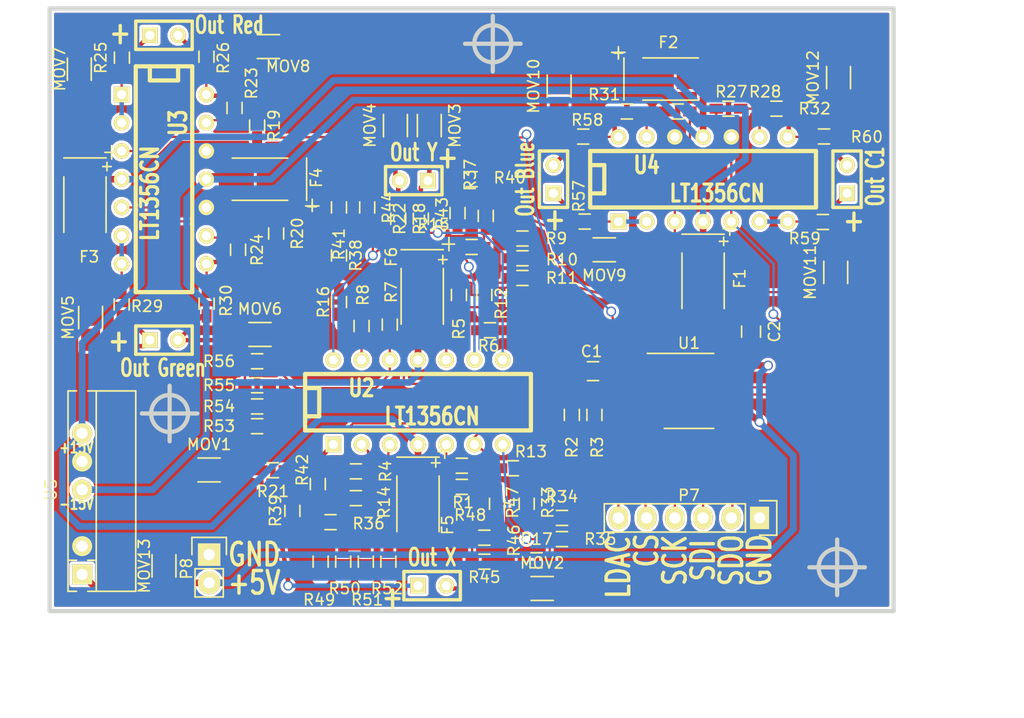
<source format=kicad_pcb>
(kicad_pcb (version 4) (host pcbnew "(2015-07-31 BZR 6030)-product")
  (title_block (date "9 aug 2014") (rev 0.2))
  (layers (0 Vorderseite signal) (31 Rückseite signal) (34 B.Paste user) (35 F.Paste user) (36 B.SilkS user) (37 F.SilkS user) (38 B.Mask user) (39 F.Mask user) (44 Edge.Cuts user))
  (net 0 "")
  (net 1 +15V)
  (net 2 +5V)
  (net 3 -15V)
  (net 4 /Sheet53E1F024/DA1)
  (net 5 /Sheet53E1F024/DA2)
  (net 6 /Sheet53E1F024/DA3)
  (net 7 /Sheet53E1F024/DA4)
  (net 8 /Sheet53E1F024/DA5)
  (net 9 /Sheet53E1F024/DA6)
  (net 10 /Sheet53E1F024/DARef)
  (net 11 GND)
  (net 12 "Net-(C1-Pad1)")
  (net 13 "Net-(P7-Pad2)")
  (net 14 "Net-(P7-Pad3)")
  (net 15 "Net-(P7-Pad4)")
  (net 16 "Net-(P7-Pad5)")
  (net 17 "Net-(P7-Pad6)")
  (net 18 "Net-(R1-Pad2)")
  (net 19 "Net-(R13-Pad1)")
  (net 20 "Net-(R3-Pad2)")
  (net 21 "Net-(R14-Pad1)")
  (net 22 "Net-(R12-Pad2)")
  (net 23 "Net-(R15-Pad1)")
  (net 24 "Net-(R56-Pad1)")
  (net 25 "Net-(R16-Pad1)")
  (net 26 "Net-(R10-Pad1)")
  (net 27 "Net-(R10-Pad2)")
  (net 28 "Net-(R11-Pad1)")
  (net 29 "Net-(R13-Pad2)")
  (net 30 "Net-(R14-Pad2)")
  (net 31 "Net-(R15-Pad2)")
  (net 32 "Net-(R16-Pad2)")
  (net 33 "Net-(R19-Pad2)")
  (net 34 "Net-(R20-Pad2)")
  (net 35 "Net-(R27-Pad2)")
  (net 36 "Net-(R28-Pad2)")
  (net 37 "Net-(R33-Pad2)")
  (net 38 "Net-(R34-Pad2)")
  (net 39 "Net-(R36-Pad2)")
  (net 40 "Net-(R37-Pad2)")
  (net 41 "Net-(R38-Pad2)")
  (net 42 "Net-(R39-Pad2)")
  (net 43 "Net-(R40-Pad2)")
  (net 44 "Net-(R41-Pad2)")
  (net 45 "Net-(R45-Pad2)")
  (net 46 "Net-(R46-Pad1)")
  (net 47 "Net-(R47-Pad2)")
  (net 48 "Net-(R49-Pad2)")
  (net 49 "Net-(R50-Pad1)")
  (net 50 "Net-(R51-Pad2)")
  (net 51 "Net-(R53-Pad2)")
  (net 52 "Net-(R54-Pad1)")
  (net 53 "Net-(R55-Pad2)")
  (net 54 "Net-(U1-Pad17)")
  (net 55 "Net-(U1-Pad18)")
  (net 56 "Net-(R17-Pad2)")
  (net 57 "Net-(R18-Pad2)")
  (net 58 "Net-(R21-Pad1)")
  (net 59 "Net-(R22-Pad1)")
  (net 60 "Net-(R23-Pad2)")
  (net 61 "Net-(R24-Pad2)")
  (net 62 "Net-(R31-Pad2)")
  (net 63 "Net-(R32-Pad2)")
  (net 64 "Net-(R25-Pad1)")
  (net 65 "Net-(R29-Pad1)")
  (net 66 "Net-(R57-Pad1)")
  (net 67 "Net-(R59-Pad1)")
  (net 68 "Net-(MOV1-Pad2)")
  (net 69 "Net-(MOV2-Pad1)")
  (net 70 "Net-(MOV3-Pad2)")
  (net 71 "Net-(MOV4-Pad1)")
  (net 72 "Net-(MOV5-Pad2)")
  (net 73 "Net-(MOV6-Pad1)")
  (net 74 "Net-(MOV7-Pad2)")
  (net 75 "Net-(MOV8-Pad1)")
  (net 76 "Net-(MOV9-Pad2)")
  (net 77 "Net-(MOV10-Pad1)")
  (net 78 "Net-(MOV11-Pad2)")
  (net 79 "Net-(MOV12-Pad1)")
  (module Resistors_SMD:R_0603_HandSoldering (layer Vorderseite) (at 172.1739 81.2419 180)
    (fp_text reference R60 (at -3.8481 -0.0381 180) (layer F.SilkS))
    (fp_text value 470Ω)
    (pad 1 smd rect (at -1.1 0 180) (size 1.2 0.9) (layers Vorderseite F.Paste F.Mask) (net 79 "Net-(MOV12-Pad1)"))
    (pad 2 smd rect (at 1.1 0 180) (size 1.2 0.9) (layers Vorderseite F.Paste F.Mask) (net 63 "Net-(R32-Pad2)"))
  )
  (module Resistors_SMD:R_0603_HandSoldering (layer Vorderseite) (at 172.0723 88.9381)
    (fp_text reference R59 (at -1.6383 1.4859) (layer F.SilkS))
    (fp_text value 470Ω)
    (pad 1 smd rect (at -1.1 0) (size 1.2 0.9) (layers Vorderseite F.Paste F.Mask) (net 67 "Net-(R59-Pad1)"))
    (pad 2 smd rect (at 1.1 0) (size 1.2 0.9) (layers Vorderseite F.Paste F.Mask) (net 78 "Net-(MOV11-Pad2)"))
  )
  (module Resistors_SMD:R_0603_HandSoldering (layer Vorderseite) (at 150.5077 81.2546)
    (fp_text reference R58 (at 0.3683 -1.4986) (layer F.SilkS))
    (fp_text value 470Ω)
    (pad 1 smd rect (at -1.1 0) (size 1.2 0.9) (layers Vorderseite F.Paste F.Mask) (net 77 "Net-(MOV10-Pad1)"))
    (pad 2 smd rect (at 1.1 0) (size 1.2 0.9) (layers Vorderseite F.Paste F.Mask) (net 62 "Net-(R31-Pad2)"))
  )
  (module Resistors_SMD:R_0603_HandSoldering (layer Vorderseite) (at 150.6347 88.9 180)
    (fp_text reference R57 (at 0.5207 2.286 270) (layer F.SilkS))
    (fp_text value 470Ω)
    (pad 1 smd rect (at -1.1 0 180) (size 1.2 0.9) (layers Vorderseite F.Paste F.Mask) (net 66 "Net-(R57-Pad1)"))
    (pad 2 smd rect (at 1.1 0 180) (size 1.2 0.9) (layers Vorderseite F.Paste F.Mask) (net 76 "Net-(MOV9-Pad2)"))
  )
  (module Resistors_SMD:R_0603_HandSoldering (layer Vorderseite) (at 116.6114 96.2914 90)
    (fp_text reference R30 (at 0.2794 1.7526 90) (layer F.SilkS))
    (fp_text value 470Ω)
    (pad 1 smd rect (at -1.1 0 90) (size 1.2 0.9) (layers Vorderseite F.Paste F.Mask) (net 73 "Net-(MOV6-Pad1)"))
    (pad 2 smd rect (at 1.1 0 90) (size 1.2 0.9) (layers Vorderseite F.Paste F.Mask) (net 61 "Net-(R24-Pad2)"))
  )
  (module Resistors_SMD:R_0603_HandSoldering (layer Vorderseite) (at 116.5987 74.0664 270)
    (fp_text reference R26 (at 0.1016 -1.5113 270) (layer F.SilkS))
    (fp_text value 470Ω)
    (pad 1 smd rect (at -1.1 0 270) (size 1.2 0.9) (layers Vorderseite F.Paste F.Mask) (net 75 "Net-(MOV8-Pad1)"))
    (pad 2 smd rect (at 1.1 0 270) (size 1.2 0.9) (layers Vorderseite F.Paste F.Mask) (net 60 "Net-(R23-Pad2)"))
  )
  (module Resistors_SMD:R_0603_HandSoldering (layer Vorderseite) (at 108.9914 74.1553 90)
    (fp_text reference R25 (at 0 -1.9 90) (layer F.SilkS))
    (fp_text value 470Ω)
    (pad 1 smd rect (at -1.1 0 90) (size 1.2 0.9) (layers Vorderseite F.Paste F.Mask) (net 64 "Net-(R25-Pad1)"))
    (pad 2 smd rect (at 1.1 0 90) (size 1.2 0.9) (layers Vorderseite F.Paste F.Mask) (net 74 "Net-(MOV7-Pad2)"))
  )
  (module Resistors_SMD:R_0603_HandSoldering (layer Vorderseite) (at 108.966 96.3676 270)
    (fp_text reference R29 (at 0.1524 -2.286 360) (layer F.SilkS))
    (fp_text value 470Ω)
    (pad 1 smd rect (at -1.1 0 270) (size 1.2 0.9) (layers Vorderseite F.Paste F.Mask) (net 65 "Net-(R29-Pad1)"))
    (pad 2 smd rect (at 1.1 0 270) (size 1.2 0.9) (layers Vorderseite F.Paste F.Mask) (net 72 "Net-(MOV5-Pad2)"))
  )
  (module SIL-2 (layer Vorderseite) (at 136.906 121.666)
    (fp_text reference P1 hide)
    (fp_text value "Out X" (at 0 -2.54) (layer F.SilkS) (effects (font (size 1.524 1.016) (thickness 0.254))))
    (pad 1 thru_hole rect (at -1.27 0) (size 1.397 1.397) (drill 0.8128) (layers *.Cu *.Mask F.SilkS) (net 68 "Net-(MOV1-Pad2)"))
    (pad 2 thru_hole circle (at 1.27 0) (size 1.397 1.397) (drill 0.8128) (layers *.Cu *.Mask F.SilkS) (net 69 "Net-(MOV2-Pad1)"))
  )
  (module SIL-2 (layer Vorderseite) (at 135.255 85.217 180)
    (fp_text reference P2 hide)
    (fp_text value "Out Y" (at 0 2.54 180) (layer F.SilkS) (effects (font (size 1.524 1.016) (thickness 0.254))))
    (pad 1 thru_hole rect (at -1.27 0 180) (size 1.397 1.397) (drill 0.8128) (layers *.Cu *.Mask F.SilkS) (net 70 "Net-(MOV3-Pad2)"))
    (pad 2 thru_hole circle (at 1.27 0 180) (size 1.397 1.397) (drill 0.8128) (layers *.Cu *.Mask F.SilkS) (net 71 "Net-(MOV4-Pad1)"))
  )
  (module SIL-2 (layer Vorderseite) (at 112.776 72.136)
    (fp_text reference P3 hide)
    (fp_text value "Out Red" (at 5.8801 -0.9271) (layer F.SilkS) (effects (font (size 1.524 1.016) (thickness 0.254))))
    (pad 1 thru_hole rect (at -1.27 0) (size 1.397 1.397) (drill 0.8128) (layers *.Cu *.Mask F.SilkS) (net 74 "Net-(MOV7-Pad2)"))
    (pad 2 thru_hole circle (at 1.27 0) (size 1.397 1.397) (drill 0.8128) (layers *.Cu *.Mask F.SilkS) (net 75 "Net-(MOV8-Pad1)"))
  )
  (module SIL-2 (layer Vorderseite) (at 112.776 99.568)
    (fp_text reference P4 hide)
    (fp_text value "Out Green" (at -0.0889 2.5019 180) (layer F.SilkS) (effects (font (size 1.524 1.016) (thickness 0.254))))
    (pad 1 thru_hole rect (at -1.27 0) (size 1.397 1.397) (drill 0.8128) (layers *.Cu *.Mask F.SilkS) (net 72 "Net-(MOV5-Pad2)"))
    (pad 2 thru_hole circle (at 1.27 0) (size 1.397 1.397) (drill 0.8128) (layers *.Cu *.Mask F.SilkS) (net 73 "Net-(MOV6-Pad1)"))
  )
  (module SIL-2 (layer Vorderseite) (at 147.828 85.09 90)
    (fp_text reference P5 hide)
    (fp_text value "Out Blue" (at 0 -2.54 90) (layer F.SilkS) (effects (font (size 1.524 1.016) (thickness 0.254))))
    (pad 1 thru_hole rect (at -1.27 0 90) (size 1.397 1.397) (drill 0.8128) (layers *.Cu *.Mask F.SilkS) (net 76 "Net-(MOV9-Pad2)"))
    (pad 2 thru_hole circle (at 1.27 0 90) (size 1.397 1.397) (drill 0.8128) (layers *.Cu *.Mask F.SilkS) (net 77 "Net-(MOV10-Pad1)"))
  )
  (module SIL-2 (layer Vorderseite) (at 174.244 85.09 90)
    (fp_text reference P6 hide)
    (fp_text value "Out C1" (at 0.254 2.54 90) (layer F.SilkS) (effects (font (size 1.524 1.016) (thickness 0.254))))
    (pad 1 thru_hole rect (at -1.27 0 90) (size 1.397 1.397) (drill 0.8128) (layers *.Cu *.Mask F.SilkS) (net 78 "Net-(MOV11-Pad2)"))
    (pad 2 thru_hole circle (at 1.27 0 90) (size 1.397 1.397) (drill 0.8128) (layers *.Cu *.Mask F.SilkS) (net 79 "Net-(MOV12-Pad1)"))
  )
  (module DIP-14__300 (layer Vorderseite) (at 161.29 85.09)
    (fp_text reference U4 (at -5.08 -1.27) (layer F.SilkS) (effects (font (size 1.524 1.143) (thickness 0.28702))))
    (fp_text value LT1356CN (at 1.27 1.27) (layer F.SilkS) (effects (font (size 1.524 1.143) (thickness 0.28702))))
    (pad 1 thru_hole rect (at -7.62 3.81) (size 1.397 1.397) (drill 0.8128) (layers *.Cu *.Mask F.SilkS) (net 66 "Net-(R57-Pad1)"))
    (pad 2 thru_hole circle (at -5.08 3.81) (size 1.397 1.397) (drill 0.8128) (layers *.Cu *.Mask F.SilkS) (net 66 "Net-(R57-Pad1)"))
    (pad 3 thru_hole circle (at -2.54 3.81) (size 1.397 1.397) (drill 0.8128) (layers *.Cu *.Mask F.SilkS) (net 8 /Sheet53E1F024/DA5))
    (pad 4 thru_hole circle (at 0 3.81) (size 1.397 1.397) (drill 0.8128) (layers *.Cu *.Mask F.SilkS) (net 1 +15V))
    (pad 5 thru_hole circle (at 2.54 3.81) (size 1.397 1.397) (drill 0.8128) (layers *.Cu *.Mask F.SilkS) (net 9 /Sheet53E1F024/DA6))
    (pad 6 thru_hole circle (at 5.08 3.81) (size 1.397 1.397) (drill 0.8128) (layers *.Cu *.Mask F.SilkS) (net 67 "Net-(R59-Pad1)"))
    (pad 7 thru_hole circle (at 7.62 3.81) (size 1.397 1.397) (drill 0.8128) (layers *.Cu *.Mask F.SilkS) (net 67 "Net-(R59-Pad1)"))
    (pad 8 thru_hole circle (at 7.62 -3.81) (size 1.397 1.397) (drill 0.8128) (layers *.Cu *.Mask F.SilkS) (net 63 "Net-(R32-Pad2)"))
    (pad 9 thru_hole circle (at 5.08 -3.81) (size 1.397 1.397) (drill 0.8128) (layers *.Cu *.Mask F.SilkS) (net 36 "Net-(R28-Pad2)"))
    (pad 10 thru_hole circle (at 2.54 -3.81) (size 1.397 1.397) (drill 0.8128) (layers *.Cu *.Mask F.SilkS) (net 11 GND))
    (pad 11 thru_hole circle (at 0 -3.81) (size 1.397 1.397) (drill 0.8128) (layers *.Cu *.Mask F.SilkS) (net 3 -15V))
    (pad 12 thru_hole circle (at -2.54 -3.81) (size 1.397 1.397) (drill 0.8128) (layers *.Cu *.Mask F.SilkS) (net 11 GND))
    (pad 13 thru_hole circle (at -5.08 -3.81) (size 1.397 1.397) (drill 0.8128) (layers *.Cu *.Mask F.SilkS) (net 35 "Net-(R27-Pad2)"))
    (pad 14 thru_hole circle (at -7.62 -3.81) (size 1.397 1.397) (drill 0.8128) (layers *.Cu *.Mask F.SilkS) (net 62 "Net-(R31-Pad2)"))
  )
  (module DIP-14__300 (layer Vorderseite) (at 112.776 85.09 270)
    (fp_text reference U3 (at -5.08 -1.27 270) (layer F.SilkS) (effects (font (size 1.524 1.143) (thickness 0.28702))))
    (fp_text value LT1356CN (at 1.27 1.27 270) (layer F.SilkS) (effects (font (size 1.524 1.143) (thickness 0.28702))))
    (pad 1 thru_hole rect (at -7.62 3.81 270) (size 1.397 1.397) (drill 0.8128) (layers *.Cu *.Mask F.SilkS) (net 64 "Net-(R25-Pad1)"))
    (pad 2 thru_hole circle (at -5.08 3.81 270) (size 1.397 1.397) (drill 0.8128) (layers *.Cu *.Mask F.SilkS) (net 64 "Net-(R25-Pad1)"))
    (pad 3 thru_hole circle (at -2.54 3.81 270) (size 1.397 1.397) (drill 0.8128) (layers *.Cu *.Mask F.SilkS) (net 6 /Sheet53E1F024/DA3))
    (pad 4 thru_hole circle (at 0 3.81 270) (size 1.397 1.397) (drill 0.8128) (layers *.Cu *.Mask F.SilkS) (net 1 +15V))
    (pad 5 thru_hole circle (at 2.54 3.81 270) (size 1.397 1.397) (drill 0.8128) (layers *.Cu *.Mask F.SilkS) (net 7 /Sheet53E1F024/DA4))
    (pad 6 thru_hole circle (at 5.08 3.81 270) (size 1.397 1.397) (drill 0.8128) (layers *.Cu *.Mask F.SilkS) (net 65 "Net-(R29-Pad1)"))
    (pad 7 thru_hole circle (at 7.62 3.81 270) (size 1.397 1.397) (drill 0.8128) (layers *.Cu *.Mask F.SilkS) (net 65 "Net-(R29-Pad1)"))
    (pad 8 thru_hole circle (at 7.62 -3.81 270) (size 1.397 1.397) (drill 0.8128) (layers *.Cu *.Mask F.SilkS) (net 61 "Net-(R24-Pad2)"))
    (pad 9 thru_hole circle (at 5.08 -3.81 270) (size 1.397 1.397) (drill 0.8128) (layers *.Cu *.Mask F.SilkS) (net 34 "Net-(R20-Pad2)"))
    (pad 10 thru_hole circle (at 2.54 -3.81 270) (size 1.397 1.397) (drill 0.8128) (layers *.Cu *.Mask F.SilkS) (net 11 GND))
    (pad 11 thru_hole circle (at 0 -3.81 270) (size 1.397 1.397) (drill 0.8128) (layers *.Cu *.Mask F.SilkS) (net 3 -15V))
    (pad 12 thru_hole circle (at -2.54 -3.81 270) (size 1.397 1.397) (drill 0.8128) (layers *.Cu *.Mask F.SilkS) (net 11 GND))
    (pad 13 thru_hole circle (at -5.08 -3.81 270) (size 1.397 1.397) (drill 0.8128) (layers *.Cu *.Mask F.SilkS) (net 33 "Net-(R19-Pad2)"))
    (pad 14 thru_hole circle (at -7.62 -3.81 270) (size 1.397 1.397) (drill 0.8128) (layers *.Cu *.Mask F.SilkS) (net 60 "Net-(R23-Pad2)"))
  )
  (module DIP-14__300 (layer Vorderseite) (at 135.636 105.156)
    (fp_text reference U2 (at -5.08 -1.27) (layer F.SilkS) (effects (font (size 1.524 1.143) (thickness 0.28702))))
    (fp_text value LT1356CN (at 1.27 1.27) (layer F.SilkS) (effects (font (size 1.524 1.143) (thickness 0.28702))))
    (pad 1 thru_hole rect (at -7.62 3.81) (size 1.397 1.397) (drill 0.8128) (layers *.Cu *.Mask F.SilkS) (net 58 "Net-(R21-Pad1)"))
    (pad 2 thru_hole circle (at -5.08 3.81) (size 1.397 1.397) (drill 0.8128) (layers *.Cu *.Mask F.SilkS) (net 21 "Net-(R14-Pad1)"))
    (pad 3 thru_hole circle (at -2.54 3.81) (size 1.397 1.397) (drill 0.8128) (layers *.Cu *.Mask F.SilkS) (net 20 "Net-(R3-Pad2)"))
    (pad 4 thru_hole circle (at 0 3.81) (size 1.397 1.397) (drill 0.8128) (layers *.Cu *.Mask F.SilkS) (net 1 +15V))
    (pad 5 thru_hole circle (at 2.54 3.81) (size 1.397 1.397) (drill 0.8128) (layers *.Cu *.Mask F.SilkS) (net 18 "Net-(R1-Pad2)"))
    (pad 6 thru_hole circle (at 5.08 3.81) (size 1.397 1.397) (drill 0.8128) (layers *.Cu *.Mask F.SilkS) (net 19 "Net-(R13-Pad1)"))
    (pad 7 thru_hole circle (at 7.62 3.81) (size 1.397 1.397) (drill 0.8128) (layers *.Cu *.Mask F.SilkS) (net 56 "Net-(R17-Pad2)"))
    (pad 8 thru_hole circle (at 7.62 -3.81) (size 1.397 1.397) (drill 0.8128) (layers *.Cu *.Mask F.SilkS) (net 59 "Net-(R22-Pad1)"))
    (pad 9 thru_hole circle (at 5.08 -3.81) (size 1.397 1.397) (drill 0.8128) (layers *.Cu *.Mask F.SilkS) (net 23 "Net-(R15-Pad1)"))
    (pad 10 thru_hole circle (at 2.54 -3.81) (size 1.397 1.397) (drill 0.8128) (layers *.Cu *.Mask F.SilkS) (net 22 "Net-(R12-Pad2)"))
    (pad 11 thru_hole circle (at 0 -3.81) (size 1.397 1.397) (drill 0.8128) (layers *.Cu *.Mask F.SilkS) (net 3 -15V))
    (pad 12 thru_hole circle (at -2.54 -3.81) (size 1.397 1.397) (drill 0.8128) (layers *.Cu *.Mask F.SilkS) (net 24 "Net-(R56-Pad1)"))
    (pad 13 thru_hole circle (at -5.08 -3.81) (size 1.397 1.397) (drill 0.8128) (layers *.Cu *.Mask F.SilkS) (net 25 "Net-(R16-Pad1)"))
    (pad 14 thru_hole circle (at -7.62 -3.81) (size 1.397 1.397) (drill 0.8128) (layers *.Cu *.Mask F.SilkS) (net 57 "Net-(R18-Pad2)"))
  )
  (module Resistors_SMD:R_0603_HandSoldering (layer Vorderseite) (at 140.462 91.186)
    (fp_text reference R15 (at -3.429 -2.032) (layer F.SilkS))
    (fp_text value 10kΩ)
    (pad 1 smd rect (at -1.1 0) (size 1.2 0.9) (layers Vorderseite F.Paste F.Mask) (net 23 "Net-(R15-Pad1)"))
    (pad 2 smd rect (at 1.1 0) (size 1.2 0.9) (layers Vorderseite F.Paste F.Mask) (net 31 "Net-(R15-Pad2)"))
  )
  (module Resistors_SMD:R_0603_HandSoldering (layer Vorderseite) (at 130.048 113.792 180)
    (fp_text reference R14 (at -2.54 -0.381 270) (layer F.SilkS))
    (fp_text value 10kΩ)
    (pad 1 smd rect (at -1.1 0 180) (size 1.2 0.9) (layers Vorderseite F.Paste F.Mask) (net 21 "Net-(R14-Pad1)"))
    (pad 2 smd rect (at 1.1 0 180) (size 1.2 0.9) (layers Vorderseite F.Paste F.Mask) (net 30 "Net-(R14-Pad2)"))
  )
  (module Resistors_SMD:R_0603_HandSoldering (layer Vorderseite) (at 141.605 95.504 270)
    (fp_text reference R12 (at 0.762 -1.524 270) (layer F.SilkS))
    (fp_text value 10kΩ)
    (pad 1 smd rect (at -1.1 0 270) (size 1.2 0.9) (layers Vorderseite F.Paste F.Mask) (net 28 "Net-(R11-Pad1)"))
    (pad 2 smd rect (at 1.1 0 270) (size 1.2 0.9) (layers Vorderseite F.Paste F.Mask) (net 22 "Net-(R12-Pad2)"))
  )
  (module Resistors_SMD:R_0603_HandSoldering (layer Vorderseite) (at 145.034 93.98)
    (fp_text reference R11 (at 3.556 0) (layer F.SilkS))
    (fp_text value 10kΩ)
    (pad 1 smd rect (at -1.1 0) (size 1.2 0.9) (layers Vorderseite F.Paste F.Mask) (net 28 "Net-(R11-Pad1)"))
    (pad 2 smd rect (at 1.1 0) (size 1.2 0.9) (layers Vorderseite F.Paste F.Mask) (net 27 "Net-(R10-Pad2)"))
  )
  (module Resistors_SMD:R_0603_HandSoldering (layer Vorderseite) (at 145.034 92.202)
    (fp_text reference R10 (at 3.556 0.127) (layer F.SilkS))
    (fp_text value 10kΩ)
    (pad 1 smd rect (at -1.1 0) (size 1.2 0.9) (layers Vorderseite F.Paste F.Mask) (net 26 "Net-(R10-Pad1)"))
    (pad 2 smd rect (at 1.1 0) (size 1.2 0.9) (layers Vorderseite F.Paste F.Mask) (net 27 "Net-(R10-Pad2)"))
  )
  (module Resistors_SMD:R_0603_HandSoldering (layer Vorderseite) (at 145.034 90.424 180)
    (fp_text reference R9 (at -3.048 0 180) (layer F.SilkS))
    (fp_text value 10kΩ)
    (pad 1 smd rect (at -1.1 0 180) (size 1.2 0.9) (layers Vorderseite F.Paste F.Mask) (net 11 GND))
    (pad 2 smd rect (at 1.1 0 180) (size 1.2 0.9) (layers Vorderseite F.Paste F.Mask) (net 26 "Net-(R10-Pad1)"))
  )
  (module Resistors_SMD:R_0603_HandSoldering (layer Vorderseite) (at 130.556 98.298 270)
    (fp_text reference R8 (at -2.794 -0.127 270) (layer F.SilkS))
    (fp_text value 10kΩ)
    (pad 1 smd rect (at -1.1 0 270) (size 1.2 0.9) (layers Vorderseite F.Paste F.Mask) (net 5 /Sheet53E1F024/DA2))
    (pad 2 smd rect (at 1.1 0 270) (size 1.2 0.9) (layers Vorderseite F.Paste F.Mask) (net 25 "Net-(R16-Pad1)"))
  )
  (module Resistors_SMD:R_0603_HandSoldering (layer Vorderseite) (at 133.096 98.171 270)
    (fp_text reference R7 (at -2.921 -0.127 270) (layer F.SilkS))
    (fp_text value 10kΩ)
    (pad 1 smd rect (at -1.1 0 270) (size 1.2 0.9) (layers Vorderseite F.Paste F.Mask) (net 10 /Sheet53E1F024/DARef))
    (pad 2 smd rect (at 1.1 0 270) (size 1.2 0.9) (layers Vorderseite F.Paste F.Mask) (net 24 "Net-(R56-Pad1)"))
  )
  (module Resistors_SMD:R_0603_HandSoldering (layer Vorderseite) (at 142.113 98.679 180)
    (fp_text reference R6 (at 0.127 -1.397 180) (layer F.SilkS))
    (fp_text value 10kΩ)
    (pad 1 smd rect (at -1.1 0 180) (size 1.2 0.9) (layers Vorderseite F.Paste F.Mask) (net 10 /Sheet53E1F024/DARef))
    (pad 2 smd rect (at 1.1 0 180) (size 1.2 0.9) (layers Vorderseite F.Paste F.Mask) (net 23 "Net-(R15-Pad1)"))
  )
  (module Resistors_SMD:R_0603_HandSoldering (layer Vorderseite) (at 139.319 95.504 270)
    (fp_text reference R5 (at 3.048 0 270) (layer F.SilkS))
    (fp_text value 10kΩ)
    (pad 1 smd rect (at -1.1 0 270) (size 1.2 0.9) (layers Vorderseite F.Paste F.Mask) (net 5 /Sheet53E1F024/DA2))
    (pad 2 smd rect (at 1.1 0 270) (size 1.2 0.9) (layers Vorderseite F.Paste F.Mask) (net 22 "Net-(R12-Pad2)"))
  )
  (module Resistors_SMD:R_0603_HandSoldering (layer Vorderseite) (at 130.048 111.379)
    (fp_text reference R4 (at 2.667 0 90) (layer F.SilkS))
    (fp_text value 10kΩ)
    (pad 1 smd rect (at -1.1 0) (size 1.2 0.9) (layers Vorderseite F.Paste F.Mask) (net 10 /Sheet53E1F024/DARef))
    (pad 2 smd rect (at 1.1 0) (size 1.2 0.9) (layers Vorderseite F.Paste F.Mask) (net 21 "Net-(R14-Pad1)"))
  )
  (module Resistors_SMD:R_0603_HandSoldering (layer Vorderseite) (at 151.511 106.299 270)
    (fp_text reference R3 (at 2.921 -0.254 270) (layer F.SilkS))
    (fp_text value 10kΩ)
    (pad 1 smd rect (at -1.1 0 270) (size 1.2 0.9) (layers Vorderseite F.Paste F.Mask) (net 4 /Sheet53E1F024/DA1))
    (pad 2 smd rect (at 1.1 0 270) (size 1.2 0.9) (layers Vorderseite F.Paste F.Mask) (net 20 "Net-(R3-Pad2)"))
  )
  (module Resistors_SMD:R_0603_HandSoldering (layer Vorderseite) (at 149.479 106.299 270)
    (fp_text reference R2 (at 2.921 0 270) (layer F.SilkS))
    (fp_text value 10kΩ)
    (pad 1 smd rect (at -1.1 0 270) (size 1.2 0.9) (layers Vorderseite F.Paste F.Mask) (net 4 /Sheet53E1F024/DA1))
    (pad 2 smd rect (at 1.1 0 270) (size 1.2 0.9) (layers Vorderseite F.Paste F.Mask) (net 19 "Net-(R13-Pad1)"))
  )
  (module Resistors_SMD:R_0603_HandSoldering (layer Vorderseite) (at 139.573 110.871 180)
    (fp_text reference R1 (at -0.127 -3.302 180) (layer F.SilkS))
    (fp_text value 10kΩ)
    (pad 1 smd rect (at -1.1 0 180) (size 1.2 0.9) (layers Vorderseite F.Paste F.Mask) (net 10 /Sheet53E1F024/DARef))
    (pad 2 smd rect (at 1.1 0 180) (size 1.2 0.9) (layers Vorderseite F.Paste F.Mask) (net 18 "Net-(R1-Pad2)"))
  )
  (module Resistors_SMD:R_0603_HandSoldering (layer Vorderseite) (at 128.524 96.139 90)
    (fp_text reference R16 (at 0 -1.397 90) (layer F.SilkS))
    (fp_text value 10kΩ)
    (pad 1 smd rect (at -1.1 0 90) (size 1.2 0.9) (layers Vorderseite F.Paste F.Mask) (net 25 "Net-(R16-Pad1)"))
    (pad 2 smd rect (at 1.1 0 90) (size 1.2 0.9) (layers Vorderseite F.Paste F.Mask) (net 32 "Net-(R16-Pad2)"))
  )
  (module Resistors_SMD:R_0603_HandSoldering (layer Vorderseite) (at 167.894 78.74)
    (fp_text reference R32 (at 3.429 0) (layer F.SilkS))
    (fp_text value 10kΩ)
    (pad 1 smd rect (at -1.1 0) (size 1.2 0.9) (layers Vorderseite F.Paste F.Mask) (net 36 "Net-(R28-Pad2)"))
    (pad 2 smd rect (at 1.1 0) (size 1.2 0.9) (layers Vorderseite F.Paste F.Mask) (net 63 "Net-(R32-Pad2)"))
  )
  (module Resistors_SMD:R_0603_HandSoldering (layer Vorderseite) (at 154.432 78.994 180)
    (fp_text reference R31 (at 2.032 1.524 180) (layer F.SilkS))
    (fp_text value 10kΩ)
    (pad 1 smd rect (at -1.1 0 180) (size 1.2 0.9) (layers Vorderseite F.Paste F.Mask) (net 35 "Net-(R27-Pad2)"))
    (pad 2 smd rect (at 1.1 0 180) (size 1.2 0.9) (layers Vorderseite F.Paste F.Mask) (net 62 "Net-(R31-Pad2)"))
  )
  (module Resistors_SMD:R_0603_HandSoldering (layer Vorderseite) (at 144.1704 111.0996)
    (fp_text reference R13 (at 1.6256 -1.4986) (layer F.SilkS))
    (fp_text value 10kΩ)
    (pad 1 smd rect (at -1.1 0) (size 1.2 0.9) (layers Vorderseite F.Paste F.Mask) (net 19 "Net-(R13-Pad1)"))
    (pad 2 smd rect (at 1.1 0) (size 1.2 0.9) (layers Vorderseite F.Paste F.Mask) (net 29 "Net-(R13-Pad2)"))
  )
  (module Resistors_SMD:R_0603_HandSoldering (layer Vorderseite) (at 159.004 78.994 180)
    (fp_text reference R27 (at -4.826 1.778 180) (layer F.SilkS))
    (fp_text value 10kΩ)
    (pad 1 smd rect (at -1.1 0 180) (size 1.2 0.9) (layers Vorderseite F.Paste F.Mask) (net 8 /Sheet53E1F024/DA5))
    (pad 2 smd rect (at 1.1 0 180) (size 1.2 0.9) (layers Vorderseite F.Paste F.Mask) (net 35 "Net-(R27-Pad2)"))
  )
  (module Resistors_SMD:R_0603_HandSoldering (layer Vorderseite) (at 119.4435 91.44 270)
    (fp_text reference R24 (at 0 -1.7145 270) (layer F.SilkS))
    (fp_text value 10kΩ)
    (pad 1 smd rect (at -1.1 0 270) (size 1.2 0.9) (layers Vorderseite F.Paste F.Mask) (net 34 "Net-(R20-Pad2)"))
    (pad 2 smd rect (at 1.1 0 270) (size 1.2 0.9) (layers Vorderseite F.Paste F.Mask) (net 61 "Net-(R24-Pad2)"))
  )
  (module Resistors_SMD:R_0603_HandSoldering (layer Vorderseite) (at 119.126 78.6765 90)
    (fp_text reference R23 (at 2.2225 1.524 90) (layer F.SilkS))
    (fp_text value 10kΩ)
    (pad 1 smd rect (at -1.1 0 90) (size 1.2 0.9) (layers Vorderseite F.Paste F.Mask) (net 33 "Net-(R19-Pad2)"))
    (pad 2 smd rect (at 1.1 0 90) (size 1.2 0.9) (layers Vorderseite F.Paste F.Mask) (net 60 "Net-(R23-Pad2)"))
  )
  (module Resistors_SMD:R_0603_HandSoldering (layer Vorderseite) (at 122.8725 89.9795 270)
    (fp_text reference R20 (at 0 -1.9 270) (layer F.SilkS))
    (fp_text value 10kΩ)
    (pad 1 smd rect (at -1.1 0 270) (size 1.2 0.9) (layers Vorderseite F.Paste F.Mask) (net 7 /Sheet53E1F024/DA4))
    (pad 2 smd rect (at 1.1 0 270) (size 1.2 0.9) (layers Vorderseite F.Paste F.Mask) (net 34 "Net-(R20-Pad2)"))
  )
  (module Resistors_SMD:R_0603_HandSoldering (layer Vorderseite) (at 121.158 80.264 90)
    (fp_text reference R19 (at 0 1.524 90) (layer F.SilkS))
    (fp_text value 10kΩ)
    (pad 1 smd rect (at -1.1 0 90) (size 1.2 0.9) (layers Vorderseite F.Paste F.Mask) (net 6 /Sheet53E1F024/DA3))
    (pad 2 smd rect (at 1.1 0 90) (size 1.2 0.9) (layers Vorderseite F.Paste F.Mask) (net 33 "Net-(R19-Pad2)"))
  )
  (module Resistors_SMD:R_0603_HandSoldering (layer Vorderseite) (at 163.576 78.74)
    (fp_text reference R28 (at 3.302 -1.524) (layer F.SilkS))
    (fp_text value 10kΩ)
    (pad 1 smd rect (at -1.1 0) (size 1.2 0.9) (layers Vorderseite F.Paste F.Mask) (net 9 /Sheet53E1F024/DA6))
    (pad 2 smd rect (at 1.1 0) (size 1.2 0.9) (layers Vorderseite F.Paste F.Mask) (net 36 "Net-(R28-Pad2)"))
  )
  (module Capacitors_Tantalum_SMD:TantalC_SizeB_EIA-3528_HandSoldering (layer Vorderseite) (at 161.29 94.234 270)
    (fp_text reference F1 (at -0.20066 -3.29946 270) (layer F.SilkS))
    (fp_text value 1µ)
    (fp_text user + (at -3.556 -1.778 270) (layer F.SilkS))
    (pad 2 smd rect (at 2.12598 0 270) (size 3.1496 1.80086) (layers Vorderseite F.Paste F.Mask) (net 11 GND))
    (pad 1 smd rect (at -2.12598 0 270) (size 3.1496 1.80086) (layers Vorderseite F.Paste F.Mask) (net 1 +15V))
  )
  (module Capacitors_Tantalum_SMD:TantalC_SizeB_EIA-3528_HandSoldering (layer Vorderseite) (at 158.369 76.073)
    (fp_text reference F2 (at -0.20066 -3.29946) (layer F.SilkS))
    (fp_text value 1µ)
    (fp_text user + (at -4.70154 -2.4003) (layer F.SilkS))
    (pad 2 smd rect (at 2.12598 0) (size 3.1496 1.80086) (layers Vorderseite F.Paste F.Mask) (net 3 -15V))
    (pad 1 smd rect (at -2.12598 0) (size 3.1496 1.80086) (layers Vorderseite F.Paste F.Mask) (net 11 GND))
  )
  (module Capacitors_Tantalum_SMD:TantalC_SizeB_EIA-3528_HandSoldering (layer Vorderseite) (at 105.664 87.376 270)
    (fp_text reference F3 (at 4.699 -0.381 360) (layer F.SilkS))
    (fp_text value 1µ)
    (fp_text user + (at -3.429 -1.905 270) (layer F.SilkS))
    (pad 2 smd rect (at 2.12598 0 270) (size 3.1496 1.80086) (layers Vorderseite F.Paste F.Mask) (net 11 GND))
    (pad 1 smd rect (at -2.12598 0 270) (size 3.1496 1.80086) (layers Vorderseite F.Paste F.Mask) (net 1 +15V))
  )
  (module Capacitors_Tantalum_SMD:TantalC_SizeB_EIA-3528_HandSoldering (layer Vorderseite) (at 121.412 85.09 180)
    (fp_text reference F4 (at -5.08 0.127 270) (layer F.SilkS))
    (fp_text value 1µ)
    (fp_text user + (at -4.70154 -2.4003 180) (layer F.SilkS))
    (pad 2 smd rect (at 2.12598 0 180) (size 3.1496 1.80086) (layers Vorderseite F.Paste F.Mask) (net 3 -15V))
    (pad 1 smd rect (at -2.12598 0 180) (size 3.1496 1.80086) (layers Vorderseite F.Paste F.Mask) (net 11 GND))
  )
  (module Capacitors_Tantalum_SMD:TantalC_SizeB_EIA-3528_HandSoldering (layer Vorderseite) (at 135.636 114.3 270)
    (fp_text reference F5 (at 1.905 -2.667 270) (layer F.SilkS))
    (fp_text value 1µ)
    (fp_text user + (at -3.683 -1.524 270) (layer F.SilkS))
    (pad 2 smd rect (at 2.12598 0 270) (size 3.1496 1.80086) (layers Vorderseite F.Paste F.Mask) (net 11 GND))
    (pad 1 smd rect (at -2.12598 0 270) (size 3.1496 1.80086) (layers Vorderseite F.Paste F.Mask) (net 1 +15V))
  )
  (module Capacitors_Tantalum_SMD:TantalC_SizeB_EIA-3528_HandSoldering (layer Vorderseite) (at 136.017 95.631 270)
    (fp_text reference F6 (at -3.556 2.794 270) (layer F.SilkS))
    (fp_text value 1µ)
    (fp_text user + (at -3.302 -1.778 270) (layer F.SilkS))
    (pad 2 smd rect (at 2.12598 0 270) (size 3.1496 1.80086) (layers Vorderseite F.Paste F.Mask) (net 3 -15V))
    (pad 1 smd rect (at -2.12598 0 270) (size 3.1496 1.80086) (layers Vorderseite F.Paste F.Mask) (net 11 GND))
  )
  (module Resistors_SMD:R_0603_HandSoldering (layer Vorderseite) (at 145.415 114.3 270)
    (fp_text reference R33 (at -0.127 -1.905 270) (layer F.SilkS))
    (fp_text value 10kΩ)
    (pad 1 smd rect (at -1.1 0 270) (size 1.2 0.9) (layers Vorderseite F.Paste F.Mask) (net 29 "Net-(R13-Pad2)"))
    (pad 2 smd rect (at 1.1 0 270) (size 1.2 0.9) (layers Vorderseite F.Paste F.Mask) (net 37 "Net-(R33-Pad2)"))
  )
  (module Resistors_SMD:R_0603_HandSoldering (layer Vorderseite) (at 148.59 115.57)
    (fp_text reference R34 (at 0 -1.9) (layer F.SilkS))
    (fp_text value 10kΩ)
    (pad 1 smd rect (at -1.1 0) (size 1.2 0.9) (layers Vorderseite F.Paste F.Mask) (net 37 "Net-(R33-Pad2)"))
    (pad 2 smd rect (at 1.1 0) (size 1.2 0.9) (layers Vorderseite F.Paste F.Mask) (net 38 "Net-(R34-Pad2)"))
  )
  (module Resistors_SMD:R_0603_HandSoldering (layer Vorderseite) (at 148.59 117.475 180)
    (fp_text reference R35 (at -3.4544 0 180) (layer F.SilkS))
    (fp_text value 10kΩ)
    (pad 1 smd rect (at -1.1 0 180) (size 1.2 0.9) (layers Vorderseite F.Paste F.Mask) (net 38 "Net-(R34-Pad2)"))
    (pad 2 smd rect (at 1.1 0 180) (size 1.2 0.9) (layers Vorderseite F.Paste F.Mask) (net 56 "Net-(R17-Pad2)"))
  )
  (module Resistors_SMD:R_0603_HandSoldering (layer Vorderseite) (at 127.762 115.951 180)
    (fp_text reference R36 (at -3.429 -0.127 180) (layer F.SilkS))
    (fp_text value 10kΩ)
    (pad 1 smd rect (at -1.1 0 180) (size 1.2 0.9) (layers Vorderseite F.Paste F.Mask) (net 30 "Net-(R14-Pad2)"))
    (pad 2 smd rect (at 1.1 0 180) (size 1.2 0.9) (layers Vorderseite F.Paste F.Mask) (net 39 "Net-(R36-Pad2)"))
  )
  (module Resistors_SMD:R_0603_HandSoldering (layer Vorderseite) (at 141.732 88.392 90)
    (fp_text reference R37 (at 3.683 -1.397 90) (layer F.SilkS))
    (fp_text value 10kΩ)
    (pad 1 smd rect (at -1.1 0 90) (size 1.2 0.9) (layers Vorderseite F.Paste F.Mask) (net 31 "Net-(R15-Pad2)"))
    (pad 2 smd rect (at 1.1 0 90) (size 1.2 0.9) (layers Vorderseite F.Paste F.Mask) (net 40 "Net-(R37-Pad2)"))
  )
  (module Resistors_SMD:R_0603_HandSoldering (layer Vorderseite) (at 128.524 91.948 90)
    (fp_text reference R38 (at 0 1.524 90) (layer F.SilkS))
    (fp_text value 10kΩ)
    (pad 1 smd rect (at -1.1 0 90) (size 1.2 0.9) (layers Vorderseite F.Paste F.Mask) (net 32 "Net-(R16-Pad2)"))
    (pad 2 smd rect (at 1.1 0 90) (size 1.2 0.9) (layers Vorderseite F.Paste F.Mask) (net 41 "Net-(R38-Pad2)"))
  )
  (module Resistors_SMD:R_0603_HandSoldering (layer Vorderseite) (at 124.333 114.935 90)
    (fp_text reference R39 (at 0 -1.524 270) (layer F.SilkS))
    (fp_text value 10kΩ)
    (pad 1 smd rect (at -1.1 0 90) (size 1.2 0.9) (layers Vorderseite F.Paste F.Mask) (net 39 "Net-(R36-Pad2)"))
    (pad 2 smd rect (at 1.1 0 90) (size 1.2 0.9) (layers Vorderseite F.Paste F.Mask) (net 42 "Net-(R39-Pad2)"))
  )
  (module Resistors_SMD:R_0603_HandSoldering (layer Vorderseite) (at 140.462 85.09 180)
    (fp_text reference R40 (at -3.429 0.127 180) (layer F.SilkS))
    (fp_text value 10kΩ)
    (pad 1 smd rect (at -1.1 0 180) (size 1.2 0.9) (layers Vorderseite F.Paste F.Mask) (net 40 "Net-(R37-Pad2)"))
    (pad 2 smd rect (at 1.1 0 180) (size 1.2 0.9) (layers Vorderseite F.Paste F.Mask) (net 43 "Net-(R40-Pad2)"))
  )
  (module Resistors_SMD:R_0603_HandSoldering (layer Vorderseite) (at 128.524 87.63 90)
    (fp_text reference R41 (at -3.302 0 90) (layer F.SilkS))
    (fp_text value 10kΩ)
    (pad 1 smd rect (at -1.1 0 90) (size 1.2 0.9) (layers Vorderseite F.Paste F.Mask) (net 41 "Net-(R38-Pad2)"))
    (pad 2 smd rect (at 1.1 0 90) (size 1.2 0.9) (layers Vorderseite F.Paste F.Mask) (net 44 "Net-(R41-Pad2)"))
  )
  (module Resistors_SMD:R_0603_HandSoldering (layer Vorderseite) (at 126.619 112.522 90)
    (fp_text reference R42 (at 1.27 -1.397 90) (layer F.SilkS))
    (fp_text value 10kΩ)
    (pad 1 smd rect (at -1.1 0 90) (size 1.2 0.9) (layers Vorderseite F.Paste F.Mask) (net 42 "Net-(R39-Pad2)"))
    (pad 2 smd rect (at 1.1 0 90) (size 1.2 0.9) (layers Vorderseite F.Paste F.Mask) (net 58 "Net-(R21-Pad1)"))
  )
  (module Resistors_SMD:R_0603_HandSoldering (layer Vorderseite) (at 139.192 88.138 270)
    (fp_text reference R43 (at 0 1.397 270) (layer F.SilkS))
    (fp_text value 10kΩ)
    (pad 1 smd rect (at -1.1 0 270) (size 1.2 0.9) (layers Vorderseite F.Paste F.Mask) (net 43 "Net-(R40-Pad2)"))
    (pad 2 smd rect (at 1.1 0 270) (size 1.2 0.9) (layers Vorderseite F.Paste F.Mask) (net 59 "Net-(R22-Pad1)"))
  )
  (module Resistors_SMD:R_0603_HandSoldering (layer Vorderseite) (at 131.064 87.63 270)
    (fp_text reference R44 (at 0 -1.9 270) (layer F.SilkS))
    (fp_text value 10kΩ)
    (pad 1 smd rect (at -1.1 0 270) (size 1.2 0.9) (layers Vorderseite F.Paste F.Mask) (net 44 "Net-(R41-Pad2)"))
    (pad 2 smd rect (at 1.1 0 270) (size 1.2 0.9) (layers Vorderseite F.Paste F.Mask) (net 57 "Net-(R18-Pad2)"))
  )
  (module Resistors_SMD:R_0603_HandSoldering (layer Vorderseite) (at 141.605 119.507 180)
    (fp_text reference R45 (at 0 -1.397 180) (layer F.SilkS))
    (fp_text value 10kΩ)
    (pad 1 smd rect (at -1.1 0 180) (size 1.2 0.9) (layers Vorderseite F.Paste F.Mask) (net 11 GND))
    (pad 2 smd rect (at 1.1 0 180) (size 1.2 0.9) (layers Vorderseite F.Paste F.Mask) (net 45 "Net-(R45-Pad2)"))
  )
  (module Resistors_SMD:R_0603_HandSoldering (layer Vorderseite) (at 141.605 117.348 180)
    (fp_text reference R46 (at -2.667 -0.254 270) (layer F.SilkS))
    (fp_text value 10kΩ)
    (pad 1 smd rect (at -1.1 0 180) (size 1.2 0.9) (layers Vorderseite F.Paste F.Mask) (net 46 "Net-(R46-Pad1)"))
    (pad 2 smd rect (at 1.1 0 180) (size 1.2 0.9) (layers Vorderseite F.Paste F.Mask) (net 45 "Net-(R45-Pad2)"))
  )
  (module Resistors_SMD:R_0603_HandSoldering (layer Vorderseite) (at 142.748 114.3 90)
    (fp_text reference R47 (at 0.127 1.397 90) (layer F.SilkS))
    (fp_text value 10kΩ)
    (pad 1 smd rect (at -1.1 0 90) (size 1.2 0.9) (layers Vorderseite F.Paste F.Mask) (net 46 "Net-(R46-Pad1)"))
    (pad 2 smd rect (at 1.1 0 90) (size 1.2 0.9) (layers Vorderseite F.Paste F.Mask) (net 47 "Net-(R47-Pad2)"))
  )
  (module Resistors_SMD:R_0603_HandSoldering (layer Vorderseite) (at 139.573 112.776)
    (fp_text reference R48 (at 0.762 2.54 180) (layer F.SilkS))
    (fp_text value 10kΩ)
    (pad 1 smd rect (at -1.1 0) (size 1.2 0.9) (layers Vorderseite F.Paste F.Mask) (net 18 "Net-(R1-Pad2)"))
    (pad 2 smd rect (at 1.1 0) (size 1.2 0.9) (layers Vorderseite F.Paste F.Mask) (net 47 "Net-(R47-Pad2)"))
  )
  (module Resistors_SMD:R_0603_HandSoldering (layer Vorderseite) (at 126.873 119.507 270)
    (fp_text reference R49 (at 3.429 0.127 360) (layer F.SilkS))
    (fp_text value 10kΩ)
    (pad 1 smd rect (at -1.1 0 270) (size 1.2 0.9) (layers Vorderseite F.Paste F.Mask) (net 11 GND))
    (pad 2 smd rect (at 1.1 0 270) (size 1.2 0.9) (layers Vorderseite F.Paste F.Mask) (net 48 "Net-(R49-Pad2)"))
  )
  (module Resistors_SMD:R_0603_HandSoldering (layer Vorderseite) (at 128.905 119.507 270)
    (fp_text reference R50 (at 2.413 -0.127 360) (layer F.SilkS))
    (fp_text value 10kΩ)
    (pad 1 smd rect (at -1.1 0 270) (size 1.2 0.9) (layers Vorderseite F.Paste F.Mask) (net 49 "Net-(R50-Pad1)"))
    (pad 2 smd rect (at 1.1 0 270) (size 1.2 0.9) (layers Vorderseite F.Paste F.Mask) (net 48 "Net-(R49-Pad2)"))
  )
  (module Resistors_SMD:R_0603_HandSoldering (layer Vorderseite) (at 130.937 119.507 270)
    (fp_text reference R51 (at 3.429 -0.127 360) (layer F.SilkS))
    (fp_text value 10kΩ)
    (pad 1 smd rect (at -1.1 0 270) (size 1.2 0.9) (layers Vorderseite F.Paste F.Mask) (net 49 "Net-(R50-Pad1)"))
    (pad 2 smd rect (at 1.1 0 270) (size 1.2 0.9) (layers Vorderseite F.Paste F.Mask) (net 50 "Net-(R51-Pad2)"))
  )
  (module Resistors_SMD:R_0603_HandSoldering (layer Vorderseite) (at 132.969 119.507 270)
    (fp_text reference R52 (at 2.413 0.127 360) (layer F.SilkS))
    (fp_text value 10kΩ)
    (pad 1 smd rect (at -1.1 0 270) (size 1.2 0.9) (layers Vorderseite F.Paste F.Mask) (net 20 "Net-(R3-Pad2)"))
    (pad 2 smd rect (at 1.1 0 270) (size 1.2 0.9) (layers Vorderseite F.Paste F.Mask) (net 50 "Net-(R51-Pad2)"))
  )
  (module Resistors_SMD:R_0603_HandSoldering (layer Vorderseite) (at 121.158 107.315 180)
    (fp_text reference R53 (at 3.429 0 180) (layer F.SilkS))
    (fp_text value 10kΩ)
    (pad 1 smd rect (at -1.1 0 180) (size 1.2 0.9) (layers Vorderseite F.Paste F.Mask) (net 11 GND))
    (pad 2 smd rect (at 1.1 0 180) (size 1.2 0.9) (layers Vorderseite F.Paste F.Mask) (net 51 "Net-(R53-Pad2)"))
  )
  (module Resistors_SMD:R_0603_HandSoldering (layer Vorderseite) (at 121.158 105.537 180)
    (fp_text reference R54 (at 3.429 0 180) (layer F.SilkS))
    (fp_text value 10kΩ)
    (pad 1 smd rect (at -1.1 0 180) (size 1.2 0.9) (layers Vorderseite F.Paste F.Mask) (net 52 "Net-(R54-Pad1)"))
    (pad 2 smd rect (at 1.1 0 180) (size 1.2 0.9) (layers Vorderseite F.Paste F.Mask) (net 51 "Net-(R53-Pad2)"))
  )
  (module Resistors_SMD:R_0603_HandSoldering (layer Vorderseite) (at 121.158 103.632 180)
    (fp_text reference R55 (at 3.429 0 180) (layer F.SilkS))
    (fp_text value 10kΩ)
    (pad 1 smd rect (at -1.1 0 180) (size 1.2 0.9) (layers Vorderseite F.Paste F.Mask) (net 52 "Net-(R54-Pad1)"))
    (pad 2 smd rect (at 1.1 0 180) (size 1.2 0.9) (layers Vorderseite F.Paste F.Mask) (net 53 "Net-(R55-Pad2)"))
  )
  (module Resistors_SMD:R_0603_HandSoldering (layer Vorderseite) (at 121.158 101.473 180)
    (fp_text reference R56 (at 3.429 0 180) (layer F.SilkS))
    (fp_text value 10kΩ)
    (pad 1 smd rect (at -1.1 0 180) (size 1.2 0.9) (layers Vorderseite F.Paste F.Mask) (net 24 "Net-(R56-Pad1)"))
    (pad 2 smd rect (at 1.1 0 180) (size 1.2 0.9) (layers Vorderseite F.Paste F.Mask) (net 53 "Net-(R55-Pad2)"))
  )
  (module custom:TSSOP-20_4.4x6.5mm_Pitch0.65mm_21GND (layer Vorderseite) (at 160.02 104.14)
    (fp_text reference U1 (at 0 -4.3) (layer F.SilkS))
    (fp_text value LTC2656BIFE-L16)
    (pad 1 smd rect (at -2.95 -2.925) (size 1.45 0.45) (layers Vorderseite F.Paste F.Mask) (net 11 GND))
    (pad 2 smd rect (at -2.95 -2.275) (size 1.45 0.45) (layers Vorderseite F.Paste F.Mask) (net 7 /Sheet53E1F024/DA4))
    (pad 3 smd rect (at -2.95 -1.625) (size 1.45 0.45) (layers Vorderseite F.Paste F.Mask) (net 6 /Sheet53E1F024/DA3))
    (pad 4 smd rect (at -2.95 -0.975) (size 1.45 0.45) (layers Vorderseite F.Paste F.Mask) (net 12 "Net-(C1-Pad1)"))
    (pad 5 smd rect (at -2.95 -0.325) (size 1.45 0.45) (layers Vorderseite F.Paste F.Mask) (net 5 /Sheet53E1F024/DA2))
    (pad 6 smd rect (at -2.95 0.325) (size 1.45 0.45) (layers Vorderseite F.Paste F.Mask) (net 4 /Sheet53E1F024/DA1))
    (pad 7 smd rect (at -2.95 0.975) (size 1.45 0.45) (layers Vorderseite F.Paste F.Mask) (net 10 /Sheet53E1F024/DARef))
    (pad 8 smd rect (at -2.95 1.625) (size 1.45 0.45) (layers Vorderseite F.Paste F.Mask) (net 17 "Net-(P7-Pad6)"))
    (pad 9 smd rect (at -2.95 2.275) (size 1.45 0.45) (layers Vorderseite F.Paste F.Mask) (net 16 "Net-(P7-Pad5)"))
    (pad 10 smd rect (at -2.95 2.925) (size 1.45 0.45) (layers Vorderseite F.Paste F.Mask) (net 15 "Net-(P7-Pad4)"))
    (pad 11 smd rect (at 2.95 2.925) (size 1.45 0.45) (layers Vorderseite F.Paste F.Mask) (net 14 "Net-(P7-Pad3)"))
    (pad 12 smd rect (at 2.95 2.275) (size 1.45 0.45) (layers Vorderseite F.Paste F.Mask) (net 13 "Net-(P7-Pad2)"))
    (pad 13 smd rect (at 2.95 1.625) (size 1.45 0.45) (layers Vorderseite F.Paste F.Mask) (net 2 +5V))
    (pad 14 smd rect (at 2.95 0.975) (size 1.45 0.45) (layers Vorderseite F.Paste F.Mask) (net 11 GND))
    (pad 15 smd rect (at 2.95 0.325) (size 1.45 0.45) (layers Vorderseite F.Paste F.Mask) (net 8 /Sheet53E1F024/DA5))
    (pad 16 smd rect (at 2.95 -0.325) (size 1.45 0.45) (layers Vorderseite F.Paste F.Mask) (net 9 /Sheet53E1F024/DA6))
    (pad 17 smd rect (at 2.95 -0.975) (size 1.45 0.45) (layers Vorderseite F.Paste F.Mask) (net 54 "Net-(U1-Pad17)"))
    (pad 18 smd rect (at 2.95 -1.625) (size 1.45 0.45) (layers Vorderseite F.Paste F.Mask) (net 55 "Net-(U1-Pad18)"))
    (pad 19 smd rect (at 2.95 -2.275) (size 1.45 0.45) (layers Vorderseite F.Paste F.Mask) (net 2 +5V))
    (pad 20 smd rect (at 2.95 -2.925) (size 1.45 0.45) (layers Vorderseite F.Paste F.Mask) (net 11 GND))
    (pad 21 smd rect (at 0 0) (size 2.74 3.86) (layers Vorderseite F.Paste F.Mask) (net 11 GND))
  )
  (module Capacitors_SMD:C_0805_HandSoldering (layer Vorderseite) (at 151.384 102.362 180)
    (fp_text reference C1 (at 0.127 1.778 180) (layer F.SilkS))
    (fp_text value 0.1µF)
    (pad 1 smd rect (at -1.25 0 180) (size 1.5 1.25) (layers Vorderseite F.Paste F.Mask) (net 12 "Net-(C1-Pad1)"))
    (pad 2 smd rect (at 1.25 0 180) (size 1.5 1.25) (layers Vorderseite F.Paste F.Mask) (net 11 GND))
  )
  (module Capacitors_SMD:C_0805_HandSoldering (layer Vorderseite) (at 165.608 98.806 270)
    (fp_text reference C2 (at 0 -2.1 270) (layer F.SilkS))
    (fp_text value 0.1µF)
    (pad 1 smd rect (at -1.25 0 270) (size 1.5 1.25) (layers Vorderseite F.Paste F.Mask) (net 11 GND))
    (pad 2 smd rect (at 1.25 0 270) (size 1.5 1.25) (layers Vorderseite F.Paste F.Mask) (net 2 +5V))
  )
  (module Resistors_SMD:R_0603_HandSoldering (layer Vorderseite) (at 146.304 119.38)
    (fp_text reference R17 (at 0 -1.9) (layer F.SilkS))
    (fp_text value 470Ω)
    (pad 1 smd rect (at -1.1 0) (size 1.2 0.9) (layers Vorderseite F.Paste F.Mask) (net 69 "Net-(MOV2-Pad1)"))
    (pad 2 smd rect (at 1.1 0) (size 1.2 0.9) (layers Vorderseite F.Paste F.Mask) (net 56 "Net-(R17-Pad2)"))
  )
  (module Resistors_SMD:R_0603_HandSoldering (layer Vorderseite) (at 133.858 88.646 270)
    (fp_text reference R18 (at 0 -1.9 270) (layer F.SilkS))
    (fp_text value 470Ω)
    (pad 1 smd rect (at -1.1 0 270) (size 1.2 0.9) (layers Vorderseite F.Paste F.Mask) (net 71 "Net-(MOV4-Pad1)"))
    (pad 2 smd rect (at 1.1 0 270) (size 1.2 0.9) (layers Vorderseite F.Paste F.Mask) (net 57 "Net-(R18-Pad2)"))
  )
  (module Resistors_SMD:R_0603_HandSoldering (layer Vorderseite) (at 122.5804 111.2774 180)
    (fp_text reference R21 (at 0 -1.9 180) (layer F.SilkS))
    (fp_text value 470Ω)
    (pad 1 smd rect (at -1.1 0 180) (size 1.2 0.9) (layers Vorderseite F.Paste F.Mask) (net 58 "Net-(R21-Pad1)"))
    (pad 2 smd rect (at 1.1 0 180) (size 1.2 0.9) (layers Vorderseite F.Paste F.Mask) (net 68 "Net-(MOV1-Pad2)"))
  )
  (module Resistors_SMD:R_0603_HandSoldering (layer Vorderseite) (at 135.89 88.646 90)
    (fp_text reference R22 (at 0 -1.9 90) (layer F.SilkS))
    (fp_text value 470Ω)
    (pad 1 smd rect (at -1.1 0 90) (size 1.2 0.9) (layers Vorderseite F.Paste F.Mask) (net 59 "Net-(R22-Pad1)"))
    (pad 2 smd rect (at 1.1 0 90) (size 1.2 0.9) (layers Vorderseite F.Paste F.Mask) (net 70 "Net-(MOV3-Pad2)"))
  )
  (module Resistors_SMD:R_1206_HandSoldering (layer Vorderseite) (at 116.84 111.252)
    (fp_text reference MOV1 (at 0 -2.3) (layer F.SilkS))
    (fp_text value 5.6V)
    (pad 1 smd rect (at -2 0) (size 2 1.7) (layers Vorderseite F.Paste F.Mask) (net 11 GND))
    (pad 2 smd rect (at 2 0) (size 2 1.7) (layers Vorderseite F.Paste F.Mask) (net 68 "Net-(MOV1-Pad2)"))
  )
  (module Resistors_SMD:R_1206_HandSoldering (layer Vorderseite) (at 146.812 121.92)
    (fp_text reference MOV2 (at 0 -2.3) (layer F.SilkS))
    (fp_text value 5.6V)
    (pad 1 smd rect (at -2 0) (size 2 1.7) (layers Vorderseite F.Paste F.Mask) (net 69 "Net-(MOV2-Pad1)"))
    (pad 2 smd rect (at 2 0) (size 2 1.7) (layers Vorderseite F.Paste F.Mask) (net 11 GND))
  )
  (module Resistors_SMD:R_1206_HandSoldering (layer Vorderseite) (at 136.652 80.264 270)
    (fp_text reference MOV3 (at 0 -2.3 270) (layer F.SilkS))
    (fp_text value 5.6V)
    (pad 1 smd rect (at -2 0 270) (size 2 1.7) (layers Vorderseite F.Paste F.Mask) (net 11 GND))
    (pad 2 smd rect (at 2 0 270) (size 2 1.7) (layers Vorderseite F.Paste F.Mask) (net 70 "Net-(MOV3-Pad2)"))
  )
  (module Resistors_SMD:R_1206_HandSoldering (layer Vorderseite) (at 133.604 80.264 90)
    (fp_text reference MOV4 (at 0 -2.3 90) (layer F.SilkS))
    (fp_text value 5.6V)
    (pad 1 smd rect (at -2 0 90) (size 2 1.7) (layers Vorderseite F.Paste F.Mask) (net 71 "Net-(MOV4-Pad1)"))
    (pad 2 smd rect (at 2 0 90) (size 2 1.7) (layers Vorderseite F.Paste F.Mask) (net 11 GND))
  )
  (module Resistors_SMD:R_1206_HandSoldering (layer Vorderseite) (at 106.172 97.536 270)
    (fp_text reference MOV5 (at 0 2.032 270) (layer F.SilkS))
    (fp_text value 5.6V)
    (pad 1 smd rect (at -2 0 270) (size 2 1.7) (layers Vorderseite F.Paste F.Mask) (net 11 GND))
    (pad 2 smd rect (at 2 0 270) (size 2 1.7) (layers Vorderseite F.Paste F.Mask) (net 72 "Net-(MOV5-Pad2)"))
  )
  (module Resistors_SMD:R_1206_HandSoldering (layer Vorderseite) (at 121.412 99.06)
    (fp_text reference MOV6 (at 0 -2.3) (layer F.SilkS))
    (fp_text value 5.6V)
    (pad 1 smd rect (at -2 0) (size 2 1.7) (layers Vorderseite F.Paste F.Mask) (net 73 "Net-(MOV6-Pad1)"))
    (pad 2 smd rect (at 2 0) (size 2 1.7) (layers Vorderseite F.Paste F.Mask) (net 11 GND))
  )
  (module Resistors_SMD:R_1206_HandSoldering (layer Vorderseite) (at 105.156 75.184 90)
    (fp_text reference MOV7 (at 0 -1.778 90) (layer F.SilkS))
    (fp_text value 5.6V)
    (pad 1 smd rect (at -2 0 90) (size 2 1.7) (layers Vorderseite F.Paste F.Mask) (net 11 GND))
    (pad 2 smd rect (at 2 0 90) (size 2 1.7) (layers Vorderseite F.Paste F.Mask) (net 74 "Net-(MOV7-Pad2)"))
  )
  (module Resistors_SMD:R_1206_HandSoldering (layer Vorderseite) (at 122.174 73.152)
    (fp_text reference MOV8 (at 1.778 1.778) (layer F.SilkS))
    (fp_text value 5.6V)
    (pad 1 smd rect (at -2 0) (size 2 1.7) (layers Vorderseite F.Paste F.Mask) (net 75 "Net-(MOV8-Pad1)"))
    (pad 2 smd rect (at 2 0) (size 2 1.7) (layers Vorderseite F.Paste F.Mask) (net 11 GND))
  )
  (module Resistors_SMD:R_1206_HandSoldering (layer Vorderseite) (at 152.4 91.44 180)
    (fp_text reference MOV9 (at 0 -2.3 180) (layer F.SilkS))
    (fp_text value 5.6V)
    (pad 1 smd rect (at -2 0 180) (size 2 1.7) (layers Vorderseite F.Paste F.Mask) (net 11 GND))
    (pad 2 smd rect (at 2 0 180) (size 2 1.7) (layers Vorderseite F.Paste F.Mask) (net 76 "Net-(MOV9-Pad2)"))
  )
  (module Resistors_SMD:R_1206_HandSoldering (layer Vorderseite) (at 148.336 76.708 90)
    (fp_text reference MOV10 (at 0 -2.3 90) (layer F.SilkS))
    (fp_text value 5.6V)
    (pad 1 smd rect (at -2 0 90) (size 2 1.7) (layers Vorderseite F.Paste F.Mask) (net 77 "Net-(MOV10-Pad1)"))
    (pad 2 smd rect (at 2 0 90) (size 2 1.7) (layers Vorderseite F.Paste F.Mask) (net 11 GND))
  )
  (module Resistors_SMD:R_1206_HandSoldering (layer Vorderseite) (at 173.228 93.472 90)
    (fp_text reference MOV11 (at 0 -2.3 90) (layer F.SilkS))
    (fp_text value 5.6V)
    (pad 1 smd rect (at -2 0 90) (size 2 1.7) (layers Vorderseite F.Paste F.Mask) (net 11 GND))
    (pad 2 smd rect (at 2 0 90) (size 2 1.7) (layers Vorderseite F.Paste F.Mask) (net 78 "Net-(MOV11-Pad2)"))
  )
  (module Resistors_SMD:R_1206_HandSoldering (layer Vorderseite) (at 173.482 75.946 90)
    (fp_text reference MOV12 (at 0 -2.3 90) (layer F.SilkS))
    (fp_text value 5.6V)
    (pad 1 smd rect (at -2 0 90) (size 2 1.7) (layers Vorderseite F.Paste F.Mask) (net 79 "Net-(MOV12-Pad1)"))
    (pad 2 smd rect (at 2 0 90) (size 2 1.7) (layers Vorderseite F.Paste F.Mask) (net 11 GND))
  )
  (module Pin_Headers:Pin_Header_Straight_1x06 (layer Vorderseite) (at 166.37 115.57 270)
    (fp_text reference P7 (at -2.032 6.35 360) (layer F.SilkS))
    (fp_text value CONN_6)
    (pad 1 thru_hole rect (at 0 0 270) (size 2.032 1.7272) (drill 1.016) (layers *.Cu *.Mask F.SilkS) (net 11 GND))
    (pad 2 thru_hole oval (at 0 2.54 270) (size 2.032 1.7272) (drill 1.016) (layers *.Cu *.Mask F.SilkS) (net 13 "Net-(P7-Pad2)"))
    (pad 3 thru_hole oval (at 0 5.08 270) (size 2.032 1.7272) (drill 1.016) (layers *.Cu *.Mask F.SilkS) (net 14 "Net-(P7-Pad3)"))
    (pad 4 thru_hole oval (at 0 7.62 270) (size 2.032 1.7272) (drill 1.016) (layers *.Cu *.Mask F.SilkS) (net 15 "Net-(P7-Pad4)"))
    (pad 5 thru_hole oval (at 0 10.16 270) (size 2.032 1.7272) (drill 1.016) (layers *.Cu *.Mask F.SilkS) (net 16 "Net-(P7-Pad5)"))
    (pad 6 thru_hole oval (at 0 12.7 270) (size 2.032 1.7272) (drill 1.016) (layers *.Cu *.Mask F.SilkS) (net 17 "Net-(P7-Pad6)"))
  )
  (module Pin_Headers:Pin_Header_Straight_1x02 (layer Vorderseite) (at 116.84 118.872)
    (fp_text reference P8 (at -2.032 1.27 90) (layer F.SilkS))
    (fp_text value CONN_4)
    (pad 1 thru_hole rect (at 0 0) (size 2.032 2.032) (drill 1.016) (layers *.Cu *.Mask F.SilkS) (net 11 GND))
    (pad 2 thru_hole oval (at 0 2.54) (size 2.032 2.032) (drill 1.016) (layers *.Cu *.Mask F.SilkS) (net 2 +5V))
  )
  (module Resistors_SMD:R_1206_HandSoldering (layer Vorderseite) (at 112.776 119.888 90)
    (fp_text reference MOV13 (at 0 -1.778 90) (layer F.SilkS))
    (fp_text value 5.6V)
    (pad 1 smd rect (at -2 0 90) (size 2 1.7) (layers Vorderseite F.Paste F.Mask) (net 2 +5V))
    (pad 2 smd rect (at 2 0 90) (size 2 1.7) (layers Vorderseite F.Paste F.Mask) (net 11 GND))
  )
  (module footprints:NMA_5V_12V_15V_Series (layer Vorderseite) (at 105.41 113.03 90)
    (fp_text reference U5 (at 0 -2.794 90) (layer F.SilkS))
    (fp_text value NMA0509SC)
    (pad 1 thru_hole rect (at -7.62 0 180) (size 1.8 1.8) (drill 1) (layers *.Cu *.Mask F.SilkS) (net 2 +5V))
    (pad 2 thru_hole circle (at -5.08 0 180) (size 1.8 1.8) (drill 1) (layers *.Cu *.Mask F.SilkS) (net 11 GND))
    (pad 4 thru_hole circle (at 0 0 180) (size 1.8 1.8) (drill 1) (layers *.Cu *.Mask F.SilkS) (net 3 -15V))
    (pad 5 thru_hole circle (at 2.54 0 180) (size 1.8 1.8) (drill 1) (layers *.Cu *.Mask F.SilkS) (net 11 GND))
    (pad 6 thru_hole circle (at 5.08 0 180) (size 1.8 1.8) (drill 1) (layers *.Cu *.Mask F.SilkS) (net 1 +15V))
  )
  (gr_line (start 102.489 69.723) (end 178.435 69.723) (angle 90) (layer Edge.Cuts) (width 0.381))
  (gr_line (start 178.435 69.723) (end 178.435 123.952) (angle 90) (layer Edge.Cuts) (width 0.381))
  (gr_line (start 102.489 123.952) (end 102.489 69.723) (angle 90) (layer Edge.Cuts) (width 0.381))
  (gr_line (start 178.435 123.952) (end 102.489 123.952) (angle 90) (layer Edge.Cuts) (width 0.381))
  (target plus (at 142.367 72.898) (size 5) (width 0.381) (layer Edge.Cuts))
  (target plus (at 113.284 106.172) (size 5) (width 0.381) (layer Edge.Cuts))
  (target plus (at 173.355 120.015) (size 5) (width 0.381) (layer Edge.Cuts))
  (gr_text + (at 174.8663 88.7603) (layer F.SilkS) (effects (font (size 2.032 1.524) (thickness 0.3048))))
  (gr_text + (at 147.955 88.646) (layer F.SilkS) (effects (font (size 2.032 1.524) (thickness 0.3048))))
  (gr_text + (at 138.303 83.058) (layer F.SilkS) (effects (font (size 2.032 1.524) (thickness 0.3048))))
  (gr_text + (at 133.35 122.682) (layer F.SilkS) (effects (font (size 2.032 1.524) (thickness 0.3048))))
  (gr_text + (at 108.712 99.568) (layer F.SilkS) (effects (font (size 2.032 1.524) (thickness 0.3048))))
  (gr_text + (at 108.839 71.882) (layer F.SilkS) (effects (font (size 2.032 1.524) (thickness 0.3048))))
  (gr_text SDO (at 163.83 119.38 90) (layer F.SilkS) (effects (font (size 2.032 1.524) (thickness 0.3048))))
  (gr_text SDI (at 161.29 119.38 90) (layer F.SilkS) (effects (font (size 2.032 1.524) (thickness 0.3048))))
  (gr_text SCK (at 158.75 119.38 90) (layer F.SilkS) (effects (font (size 2.032 1.524) (thickness 0.3048))))
  (gr_text CS (at 156.21 118.50116 90) (layer F.SilkS) (effects (font (size 2.032 1.524) (thickness 0.3048))))
  (gr_text LDAC (at 153.67 119.99976 90) (layer F.SilkS) (effects (font (size 2.032 1.524) (thickness 0.3048))))
  (gr_text GND (at 166.37 119.38 90) (layer F.SilkS) (effects (font (size 2.032 1.524) (thickness 0.3048))))
  (gr_text GND (at 120.904 118.872) (layer F.SilkS) (effects (font (size 2.032 1.524) (thickness 0.3048))))
  (gr_text +5V (at 120.904 121.412) (layer F.SilkS) (effects (font (size 2.032 1.524) (thickness 0.3048))))
  (gr_text -15V (at 104.902 114.3) (layer F.SilkS) (effects (font (size 1.016 0.762) (thickness 0.1905))))
  (gr_text +15V (at 104.902 109.22) (layer F.SilkS) (effects (font (size 1.016 0.762) (thickness 0.1905))))
  (segment (start 105.918 116.332) (end 105.156 116.332) (width 0.6) (layer Rückseite) (net 1))
  (segment (start 105.918 116.332) (end 117.094 116.332) (width 0.6) (layer Rückseite) (net 1))
  (segment (start 117.094 116.332) (end 126.746 106.68) (width 0.6) (layer Rückseite) (net 1))
  (segment (start 126.746 106.68) (end 133.35 106.68) (width 0.6) (layer Rückseite) (net 1))
  (segment (start 135.636 108.966) (end 133.35 106.68) (width 0.6) (layer Rückseite) (net 1))
  (segment (start 103.632 109.728) (end 105.41 107.95) (width 0.6) (layer Rückseite) (net 1))
  (segment (start 103.632 114.808) (end 103.632 109.728) (width 0.6) (layer Rückseite) (net 1))
  (segment (start 105.156 116.332) (end 103.632 114.808) (width 0.6) (layer Rückseite) (net 1))
  (segment (start 110.744 85.09) (end 110.744 94.488) (width 0.6) (layer Rückseite) (net 1))
  (segment (start 105.41 99.822) (end 105.41 107.95) (width 0.6) (layer Rückseite) (net 1))
  (segment (start 110.744 94.488) (end 105.41 99.822) (width 0.6) (layer Rückseite) (net 1))
  (segment (start 165.1 78.74) (end 165.1 83.312) (width 0.6) (layer Rückseite) (net 1))
  (segment (start 161.29 86.106) (end 161.29 88.9) (width 0.6) (layer Rückseite) (net 1))
  (segment (start 165.1 83.312) (end 161.29 86.106) (width 0.6) (layer Rückseite) (net 1))
  (segment (start 128.016 76.2) (end 158.75 76.2) (width 0.6) (layer Rückseite) (net 1))
  (segment (start 161.29 78.74) (end 165.1 78.74) (width 0.6) (layer Rückseite) (net 1))
  (segment (start 158.75 76.2) (end 161.29 78.74) (width 0.6) (layer Rückseite) (net 1))
  (segment (start 135.636 108.966) (end 135.636 112.17402) (width 0.6) (layer Vorderseite) (net 1))
  (segment (start 128.016 76.2) (end 127.889 76.327) (width 0.2032) (layer Rückseite) (net 1))
  (segment (start 108.966 85.09) (end 106.77398 85.09) (width 0.6) (layer Vorderseite) (net 1))
  (segment (start 106.77398 85.09) (end 106.26598 84.582) (width 0.2032) (layer Vorderseite) (net 1))
  (segment (start 161.29 88.9) (end 161.29 92.10802) (width 0.6) (layer Vorderseite) (net 1))
  (segment (start 108.966 85.09) (end 110.744 85.09) (width 0.6) (layer Rückseite) (net 1))
  (segment (start 122.936 81.28) (end 127.889 76.327) (width 0.6) (layer Rückseite) (net 1))
  (segment (start 122.936 81.28) (end 122.936 81.28) (width 0.6) (layer Rückseite) (net 1))
  (segment (start 127.889 76.327) (end 128.016 76.2) (width 0.2032) (layer Rückseite) (net 1))
  (segment (start 110.744 85.09) (end 114.3 81.28) (width 0.6) (layer Rückseite) (net 1))
  (segment (start 114.3 81.28) (end 122.936 81.28) (width 0.6) (layer Rückseite) (net 1))
  (segment (start 112.776 121.888) (end 106.648 121.888) (width 0.6) (layer Vorderseite) (net 2))
  (segment (start 106.648 121.888) (end 105.41 120.65) (width 0.6) (layer Vorderseite) (net 2))
  (segment (start 116.84 121.412) (end 113.252 121.412) (width 0.6) (layer Vorderseite) (net 2))
  (segment (start 113.252 121.412) (end 112.776 121.888) (width 0.6) (layer Vorderseite) (net 2))
  (segment (start 116.84 121.412) (end 118.872 121.412) (width 0.6) (layer Rückseite) (net 2))
  (segment (start 118.872 121.412) (end 119.126 121.158) (width 0.6) (layer Rückseite) (net 2))
  (segment (start 169.418 109.982) (end 166.37 106.934) (width 0.6) (layer Rückseite) (net 2))
  (segment (start 169.418 116.586) (end 169.418 109.982) (width 0.6) (layer Rückseite) (net 2))
  (segment (start 167.132 118.872) (end 169.418 116.586) (width 0.6) (layer Rückseite) (net 2))
  (segment (start 121.412 118.872) (end 167.132 118.872) (width 0.6) (layer Rückseite) (net 2))
  (segment (start 119.126 121.158) (end 121.412 118.872) (width 0.6) (layer Rückseite) (net 2))
  (segment (start 165.608 100.056) (end 165.608 101.854) (width 0.6) (layer Vorderseite) (net 2))
  (segment (start 162.97 101.865) (end 165.069 101.865) (width 0.2032) (layer Vorderseite) (net 2))
  (segment (start 165.069 101.865) (end 165.08 101.854) (width 0.2032) (layer Vorderseite) (net 2))
  (segment (start 165.08 101.854) (end 165.608 101.854) (width 0.6) (layer Vorderseite) (net 2))
  (segment (start 165.608 101.854) (end 167.132 101.854) (width 0.6) (layer Vorderseite) (net 2))
  (segment (start 166.37 102.616) (end 166.37 106.934) (width 0.6) (layer Rückseite) (net 2))
  (segment (start 167.132 101.854) (end 166.37 102.616) (width 0.6) (layer Rückseite) (net 2))
  (via (at 167.132 101.854) (size 0.889) (drill 0.635) (layers Vorderseite Rückseite) (net 2))
  (via (at 166.37 106.934) (size 0.889) (drill 0.635) (layers Vorderseite Rückseite) (net 2))
  (segment (start 162.687 105.7656) (end 164.973 105.791) (width 0.2032) (layer Vorderseite) (net 2))
  (segment (start 164.973 105.791) (end 166.37 106.934) (width 0.6) (layer Vorderseite) (net 2))
  (segment (start 105.41 113.03) (end 111.76 113.03) (width 0.6) (layer Rückseite) (net 3))
  (segment (start 116.586 108.204) (end 116.586 103.378) (width 0.6) (layer Rückseite) (net 3))
  (segment (start 111.76 113.03) (end 116.586 108.204) (width 0.6) (layer Rückseite) (net 3))
  (segment (start 135.636 101.346) (end 135.636 102.616) (width 0.6) (layer Rückseite) (net 3))
  (segment (start 134.874 103.378) (end 116.586 103.378) (width 0.6) (layer Rückseite) (net 3))
  (segment (start 135.636 102.616) (end 134.874 103.378) (width 0.6) (layer Rückseite) (net 3))
  (segment (start 116.586 103.378) (end 116.586 96.266) (width 0.6) (layer Rückseite) (net 3))
  (segment (start 116.586 96.266) (end 114.808 94.488) (width 0.6) (layer Rückseite) (net 3))
  (segment (start 114.808 94.488) (end 114.808 86.868) (width 0.6) (layer Rückseite) (net 3))
  (segment (start 114.808 86.868) (end 116.586 85.09) (width 0.6) (layer Rückseite) (net 3))
  (segment (start 129.794 77.978) (end 157.48 77.978) (width 0.6) (layer Rückseite) (net 3))
  (segment (start 157.48 77.978) (end 160.782 81.28) (width 0.6) (layer Rückseite) (net 3))
  (segment (start 160.782 81.28) (end 161.29 81.28) (width 0.6) (layer Rückseite) (net 3))
  (segment (start 161.29 81.28) (end 161.29 76.86802) (width 0.6) (layer Vorderseite) (net 3))
  (segment (start 161.29 76.86802) (end 160.49498 76.073) (width 0.6) (layer Vorderseite) (net 3))
  (segment (start 160.62198 75.946) (end 160.49498 76.073) (width 0.6) (layer Vorderseite) (net 3))
  (segment (start 116.586 85.09) (end 119.28602 85.09) (width 0.6) (layer Vorderseite) (net 3))
  (segment (start 122.428 85.09) (end 116.586 85.09) (width 0.6) (layer Rückseite) (net 3))
  (segment (start 135.466 96.901) (end 135.636 96.901) (width 0.2032) (layer Vorderseite) (net 3))
  (segment (start 135.636 101.346) (end 135.636 101.854) (width 0.2032) (layer Rückseite) (net 3))
  (segment (start 135.636 101.346) (end 135.636 98.13798) (width 0.6) (layer Vorderseite) (net 3))
  (segment (start 119.28602 84.836) (end 116.84 84.836) (width 0.6) (layer Vorderseite) (net 3))
  (segment (start 116.84 84.836) (end 116.586 85.09) (width 0.2032) (layer Vorderseite) (net 3))
  (segment (start 135.636 98.13798) (end 136.017 97.75698) (width 0.2032) (layer Vorderseite) (net 3))
  (segment (start 129.794 77.978) (end 129.794 77.978) (width 0.6) (layer Rückseite) (net 3))
  (segment (start 129.794 77.978) (end 122.428 85.09) (width 0.6) (layer Rückseite) (net 3))
  (segment (start 151.511 105.199) (end 149.479 105.199) (width 0.2032) (layer Vorderseite) (net 4))
  (segment (start 157.07 104.465) (end 154.305 104.521) (width 0.2032) (layer Vorderseite) (net 4))
  (segment (start 154.305 104.521) (end 153.67 105.156) (width 0.2032) (layer Vorderseite) (net 4))
  (segment (start 153.67 105.156) (end 151.638 105.199) (width 0.2032) (layer Vorderseite) (net 4))
  (segment (start 130.556 97.198) (end 130.556 96.266) (width 0.2032) (layer Vorderseite) (net 5))
  (segment (start 133.731 91.313) (end 137.287 91.313) (width 0.2032) (layer Vorderseite) (net 5))
  (segment (start 137.287 91.313) (end 139.319 94.404) (width 0.2032) (layer Vorderseite) (net 5))
  (segment (start 131.191 95.631) (end 133.731 91.313) (width 0.2032) (layer Vorderseite) (net 5))
  (segment (start 130.556 96.266) (end 131.191 95.631) (width 0.2032) (layer Vorderseite) (net 5))
  (segment (start 139.319 94.404) (end 140.378 94.404) (width 0.2032) (layer Vorderseite) (net 5))
  (segment (start 148.392 100.259) (end 143.637 95.504) (width 0.2032) (layer Vorderseite) (net 5))
  (segment (start 148.392 103.815) (end 157.07 103.815) (width 0.2032) (layer Vorderseite) (net 5))
  (segment (start 148.392 103.815) (end 148.392 100.259) (width 0.2032) (layer Vorderseite) (net 5))
  (segment (start 140.462 95.504) (end 143.637 95.504) (width 0.2032) (layer Vorderseite) (net 5))
  (segment (start 140.462 94.488) (end 140.462 95.504) (width 0.2032) (layer Vorderseite) (net 5))
  (segment (start 140.378 94.404) (end 140.462 94.488) (width 0.2032) (layer Vorderseite) (net 5))
  (segment (start 139.319 94.404) (end 139.319 94.361) (width 0.2032) (layer Vorderseite) (net 5))
  (segment (start 143.7513 81.3308) (end 145.1229 81.3308) (width 0.2032) (layer Vorderseite) (net 6))
  (segment (start 121.158 81.364) (end 128.524 81.28) (width 0.2032) (layer Vorderseite) (net 6))
  (segment (start 128.524 81.28) (end 130.302 79.756) (width 0.2032) (layer Vorderseite) (net 6))
  (segment (start 130.302 79.756) (end 141.732 79.756) (width 0.2032) (layer Vorderseite) (net 6))
  (segment (start 143.7513 81.3308) (end 141.732 79.756) (width 0.2032) (layer Vorderseite) (net 6))
  (via (at 145.4023 81.0514) (size 0.889) (drill 0.635) (layers Vorderseite Rückseite) (net 6))
  (segment (start 153.0223 96.9899) (end 147.4343 91.7321) (width 0.2032) (layer Rückseite) (net 6))
  (segment (start 146.1643 87.735792) (end 145.4023 81.0514) (width 0.2032) (layer Rückseite) (net 6))
  (segment (start 147.4343 91.7321) (end 146.1643 87.735792) (width 0.2032) (layer Rückseite) (net 6))
  (via (at 153.0223 96.9899) (size 0.889) (drill 0.635) (layers Vorderseite Rückseite) (net 6))
  (segment (start 153.924 100.965) (end 153.0223 96.9899) (width 0.2032) (layer Vorderseite) (net 6))
  (segment (start 155.347 102.515) (end 153.924 100.965) (width 0.2032) (layer Vorderseite) (net 6))
  (segment (start 155.347 102.515) (end 157.07 102.515) (width 0.2032) (layer Vorderseite) (net 6))
  (segment (start 145.1229 81.3308) (end 145.4023 81.0514) (width 0.2032) (layer Vorderseite) (net 6))
  (segment (start 108.966 82.55) (end 112.014 82.55) (width 0.2032) (layer Vorderseite) (net 6))
  (segment (start 113.284 81.28) (end 121.074 81.28) (width 0.2032) (layer Vorderseite) (net 6))
  (segment (start 112.014 82.55) (end 113.284 81.28) (width 0.2032) (layer Vorderseite) (net 6))
  (segment (start 121.074 81.28) (end 121.158 81.364) (width 0.2032) (layer Vorderseite) (net 6))
  (segment (start 148.844 94.488) (end 147.3454 89.4207) (width 0.2032) (layer Vorderseite) (net 7))
  (segment (start 155.713 101.865) (end 155.194 101.346) (width 0.2032) (layer Vorderseite) (net 7))
  (segment (start 155.194 101.346) (end 155.194 96.266) (width 0.2032) (layer Vorderseite) (net 7))
  (segment (start 155.194 96.266) (end 148.844 94.488) (width 0.2032) (layer Vorderseite) (net 7))
  (segment (start 157.07 101.865) (end 155.713 101.865) (width 0.2032) (layer Vorderseite) (net 7))
  (segment (start 124.7345 88.8795) (end 122.8725 88.8795) (width 0.2032) (layer Vorderseite) (net 7))
  (segment (start 125.984 87.63) (end 124.7345 88.8795) (width 0.2032) (layer Vorderseite) (net 7))
  (segment (start 125.984 85.852) (end 125.984 87.63) (width 0.2032) (layer Vorderseite) (net 7))
  (segment (start 131.064 80.772) (end 125.984 85.852) (width 0.2032) (layer Vorderseite) (net 7))
  (segment (start 141.224 80.772) (end 131.064 80.772) (width 0.2032) (layer Vorderseite) (net 7))
  (segment (start 108.966 87.63) (end 112.776 87.63) (width 0.2032) (layer Vorderseite) (net 7))
  (segment (start 114.0255 88.8795) (end 122.8725 88.8795) (width 0.2032) (layer Vorderseite) (net 7))
  (segment (start 112.776 87.63) (end 114.0255 88.8795) (width 0.2032) (layer Vorderseite) (net 7))
  (segment (start 144.272 83.566) (end 141.224 80.772) (width 0.2032) (layer Vorderseite) (net 7))
  (segment (start 144.253408 87.392574) (end 144.272 83.566) (width 0.2032) (layer Vorderseite) (net 7))
  (segment (start 145.993401 88.762207) (end 144.253408 87.392574) (width 0.2032) (layer Vorderseite) (net 7))
  (segment (start 147.3454 89.4207) (end 145.993401 88.762207) (width 0.2032) (layer Vorderseite) (net 7))
  (segment (start 160.104 78.994) (end 160.104 85.26) (width 0.2032) (layer Vorderseite) (net 8))
  (segment (start 158.75 86.614) (end 158.75 88.9) (width 0.2032) (layer Vorderseite) (net 8))
  (segment (start 160.104 85.26) (end 158.75 86.614) (width 0.2032) (layer Vorderseite) (net 8))
  (segment (start 163.83 94.234) (end 158.75 94.234) (width 0.2032) (layer Vorderseite) (net 8))
  (segment (start 158.75 94.234) (end 158.75 88.9) (width 0.2032) (layer Vorderseite) (net 8))
  (segment (start 168.91 95.25) (end 163.83 95.25) (width 0.2032) (layer Vorderseite) (net 8))
  (segment (start 170.18 96.52) (end 168.91 95.25) (width 0.2032) (layer Vorderseite) (net 8))
  (segment (start 170.18 102.87) (end 170.18 96.52) (width 0.2032) (layer Vorderseite) (net 8))
  (segment (start 168.58488 104.46512) (end 170.18 102.87) (width 0.2032) (layer Vorderseite) (net 8))
  (segment (start 162.687 104.46512) (end 168.58488 104.46512) (width 0.2032) (layer Vorderseite) (net 8))
  (segment (start 163.83 95.25) (end 163.83 94.234) (width 0.2032) (layer Vorderseite) (net 8))
  (segment (start 162.476 78.74) (end 162.476 81.958) (width 0.2032) (layer Vorderseite) (net 9))
  (segment (start 163.83 83.312) (end 163.83 88.9) (width 0.2032) (layer Vorderseite) (net 9))
  (segment (start 162.476 81.958) (end 163.83 83.312) (width 0.2032) (layer Vorderseite) (net 9))
  (segment (start 167.6146 97.2312) (end 167.64 92.71) (width 0.2032) (layer Rückseite) (net 9))
  (via (at 167.6146 97.2312) (size 0.889) (drill 0.635) (layers Vorderseite Rückseite) (net 9))
  (segment (start 168.91 98.5266) (end 167.6146 97.2312) (width 0.2032) (layer Vorderseite) (net 9))
  (segment (start 168.91 102.87) (end 168.91 98.5266) (width 0.2032) (layer Vorderseite) (net 9))
  (segment (start 167.96512 103.81488) (end 168.91 102.87) (width 0.2032) (layer Vorderseite) (net 9))
  (segment (start 162.687 103.81488) (end 167.96512 103.81488) (width 0.2032) (layer Vorderseite) (net 9))
  (segment (start 167.64 92.71) (end 163.83 88.9) (width 0.2032) (layer Rückseite) (net 9))
  (segment (start 140.673 110.871) (end 140.673 110.701) (width 0.2032) (layer Vorderseite) (net 10))
  (segment (start 140.673 110.701) (end 139.446 109.474) (width 0.2032) (layer Vorderseite) (net 10))
  (segment (start 139.446 109.474) (end 139.446 106.299) (width 0.2032) (layer Vorderseite) (net 10))
  (segment (start 129.286 107.569) (end 129.286 111.041) (width 0.2032) (layer Vorderseite) (net 10))
  (segment (start 129.794 107.061) (end 129.286 107.569) (width 0.2032) (layer Vorderseite) (net 10))
  (segment (start 129.286 111.041) (end 128.948 111.379) (width 0.2032) (layer Vorderseite) (net 10))
  (segment (start 153.67 106.299) (end 139.446 106.299) (width 0.2032) (layer Vorderseite) (net 10))
  (segment (start 153.67 106.299) (end 154.854 105.115) (width 0.2032) (layer Vorderseite) (net 10))
  (segment (start 154.854 105.115) (end 157.07 105.115) (width 0.2032) (layer Vorderseite) (net 10))
  (segment (start 139.446 106.299) (end 137.922 106.299) (width 0.2032) (layer Vorderseite) (net 10))
  (segment (start 138.049 106.172) (end 138.049 103.505) (width 0.2032) (layer Vorderseite) (net 10))
  (segment (start 138.049 103.505) (end 140.716 103.505) (width 0.2032) (layer Vorderseite) (net 10))
  (segment (start 140.716 103.505) (end 141.986 102.235) (width 0.2032) (layer Vorderseite) (net 10))
  (segment (start 141.986 102.235) (end 141.986 99.906) (width 0.2032) (layer Vorderseite) (net 10))
  (segment (start 141.986 99.906) (end 143.213 98.679) (width 0.2032) (layer Vorderseite) (net 10))
  (segment (start 134.366 98.341) (end 133.096 97.071) (width 0.2032) (layer Vorderseite) (net 10))
  (segment (start 134.366 103.124) (end 134.366 98.341) (width 0.2032) (layer Vorderseite) (net 10))
  (segment (start 134.747 103.505) (end 134.366 103.124) (width 0.2032) (layer Vorderseite) (net 10))
  (segment (start 138.049 103.505) (end 134.747 103.505) (width 0.2032) (layer Vorderseite) (net 10))
  (segment (start 129.794 107.061) (end 137.16 107.061) (width 0.2032) (layer Vorderseite) (net 10))
  (segment (start 137.16 107.061) (end 137.922 106.299) (width 0.2032) (layer Vorderseite) (net 10))
  (segment (start 137.922 106.299) (end 138.049 106.172) (width 0.2032) (layer Vorderseite) (net 10))
  (segment (start 157.07 103.165) (end 153.437 103.165) (width 0.2032) (layer Vorderseite) (net 12))
  (segment (start 153.437 103.165) (end 152.634 102.362) (width 0.2032) (layer Vorderseite) (net 12))
  (segment (start 163.576 106.426) (end 164.592 106.68) (width 0.2032) (layer Vorderseite) (net 13))
  (segment (start 164.592 106.68) (end 163.83 115.57) (width 0.2032) (layer Vorderseite) (net 13))
  (segment (start 162.687 106.426) (end 163.576 106.426) (width 0.2032) (layer Vorderseite) (net 13))
  (segment (start 162.687 107.823) (end 161.29 109.22) (width 0.2032) (layer Vorderseite) (net 14))
  (segment (start 161.29 109.22) (end 161.163 109.855) (width 0.2032) (layer Vorderseite) (net 14))
  (segment (start 161.163 109.855) (end 160.528 110.236) (width 0.2032) (layer Vorderseite) (net 14))
  (segment (start 160.528 110.236) (end 160.274 110.8075) (width 0.2032) (layer Vorderseite) (net 14))
  (segment (start 160.274 110.8075) (end 160.655 111.506) (width 0.2032) (layer Vorderseite) (net 14))
  (segment (start 160.655 111.506) (end 161.29 111.887) (width 0.2032) (layer Vorderseite) (net 14))
  (segment (start 161.29 111.887) (end 161.29 115.57) (width 0.2032) (layer Vorderseite) (net 14))
  (segment (start 162.687 107.061) (end 162.687 107.823) (width 0.2032) (layer Vorderseite) (net 14))
  (segment (start 157.353 107.823) (end 158.877 109.347) (width 0.2032) (layer Vorderseite) (net 15))
  (segment (start 158.877 109.347) (end 158.877 109.982) (width 0.2032) (layer Vorderseite) (net 15))
  (segment (start 158.877 109.982) (end 158.242 110.363) (width 0.2032) (layer Vorderseite) (net 15))
  (segment (start 158.242 110.363) (end 157.9245 110.9345) (width 0.2032) (layer Vorderseite) (net 15))
  (segment (start 157.9245 110.9345) (end 158.115 111.506) (width 0.2032) (layer Vorderseite) (net 15))
  (segment (start 158.115 111.506) (end 158.75 111.887) (width 0.2032) (layer Vorderseite) (net 15))
  (segment (start 158.75 111.887) (end 158.75 115.57) (width 0.2032) (layer Vorderseite) (net 15))
  (segment (start 157.353 107.061) (end 157.353 107.823) (width 0.2032) (layer Vorderseite) (net 15))
  (segment (start 156.464 106.426) (end 155.448 106.68) (width 0.2032) (layer Vorderseite) (net 16))
  (segment (start 155.448 106.68) (end 156.21 115.57) (width 0.2032) (layer Vorderseite) (net 16))
  (segment (start 157.353 106.426) (end 156.464 106.426) (width 0.2032) (layer Vorderseite) (net 16))
  (segment (start 155.8544 105.7656) (end 154.94 106.172) (width 0.2032) (layer Vorderseite) (net 17))
  (segment (start 154.94 106.172) (end 154.94 110.49) (width 0.2032) (layer Vorderseite) (net 17))
  (segment (start 154.94 110.49) (end 153.67 111.76) (width 0.2032) (layer Vorderseite) (net 17))
  (segment (start 153.67 111.76) (end 153.67 115.57) (width 0.2032) (layer Vorderseite) (net 17))
  (segment (start 157.353 105.7656) (end 155.8544 105.7656) (width 0.2032) (layer Vorderseite) (net 17))
  (segment (start 138.473 110.871) (end 138.473 112.776) (width 0.2032) (layer Vorderseite) (net 18))
  (segment (start 138.176 108.966) (end 138.176 110.574) (width 0.2032) (layer Vorderseite) (net 18))
  (segment (start 138.176 110.574) (end 138.473 110.871) (width 0.2032) (layer Vorderseite) (net 18))
  (segment (start 138.176 108.966) (end 138.176 109.136) (width 0.2032) (layer Vorderseite) (net 18))
  (segment (start 141.6226 107.399) (end 149.479 107.399) (width 0.2032) (layer Vorderseite) (net 19))
  (segment (start 140.716 108.966) (end 140.9368 108.966) (width 0.2032) (layer Vorderseite) (net 19))
  (segment (start 140.9368 108.966) (end 143.0704 111.0996) (width 0.2032) (layer Vorderseite) (net 19))
  (segment (start 140.716 108.966) (end 140.716 108.3056) (width 0.2032) (layer Vorderseite) (net 19))
  (segment (start 140.716 108.3056) (end 141.6226 107.399) (width 0.2032) (layer Vorderseite) (net 19))
  (segment (start 140.716 108.966) (end 140.886 108.966) (width 0.2032) (layer Vorderseite) (net 19))
  (segment (start 151.511 110.236) (end 151.511 107.399) (width 0.2032) (layer Vorderseite) (net 20))
  (segment (start 132.969 118.661) (end 132.969 114.3) (width 0.2032) (layer Vorderseite) (net 20))
  (segment (start 132.969 114.3) (end 132.969 109.093) (width 0.2032) (layer Vorderseite) (net 20))
  (segment (start 132.969 109.093) (end 133.096 108.966) (width 0.2032) (layer Vorderseite) (net 20))
  (segment (start 132.969 114.3) (end 147.447 114.3) (width 0.2032) (layer Vorderseite) (net 20))
  (segment (start 147.447 114.3) (end 151.511 110.236) (width 0.2032) (layer Vorderseite) (net 20))
  (segment (start 131.148 111.379) (end 131.148 113.792) (width 0.2032) (layer Vorderseite) (net 21))
  (segment (start 131.148 111.379) (end 131.148 109.558) (width 0.2032) (layer Vorderseite) (net 21))
  (segment (start 131.148 109.558) (end 130.556 108.966) (width 0.2032) (layer Vorderseite) (net 21))
  (segment (start 131.529 113.665) (end 131.402 113.792) (width 0.2032) (layer Vorderseite) (net 21))
  (segment (start 130.556 108.966) (end 130.556 109.347) (width 0.2032) (layer Vorderseite) (net 21))
  (segment (start 138.176 101.346) (end 138.176 97.747) (width 0.2032) (layer Vorderseite) (net 22))
  (segment (start 138.176 97.747) (end 139.319 96.604) (width 0.2032) (layer Vorderseite) (net 22))
  (segment (start 139.319 96.604) (end 141.605 96.604) (width 0.2032) (layer Vorderseite) (net 22))
  (segment (start 140.716 101.346) (end 140.716 94.615) (width 0.2032) (layer Rückseite) (net 23))
  (segment (start 140.716 94.615) (end 140.208 92.964) (width 0.2032) (layer Rückseite) (net 23))
  (segment (start 140.716 101.346) (end 140.716 98.976) (width 0.2032) (layer Vorderseite) (net 23))
  (segment (start 140.716 98.976) (end 141.013 98.679) (width 0.2032) (layer Vorderseite) (net 23))
  (segment (start 140.335 93.091) (end 139.362 91.059) (width 0.2032) (layer Vorderseite) (net 23))
  (segment (start 140.208 92.964) (end 140.335 93.091) (width 0.2032) (layer Vorderseite) (net 23))
  (via (at 140.208 92.964) (size 0.889) (drill 0.635) (layers Vorderseite Rückseite) (net 23))
  (segment (start 133.096 101.346) (end 133.096 102.616) (width 0.2032) (layer Vorderseite) (net 24))
  (segment (start 124.671 103.886) (end 122.258 101.473) (width 0.2032) (layer Vorderseite) (net 24))
  (segment (start 131.826 103.886) (end 124.671 103.886) (width 0.2032) (layer Vorderseite) (net 24))
  (segment (start 133.096 102.616) (end 131.826 103.886) (width 0.2032) (layer Vorderseite) (net 24))
  (segment (start 133.096 101.346) (end 133.096 99.271) (width 0.2032) (layer Vorderseite) (net 24))
  (segment (start 130.556 99.398) (end 129.624 99.398) (width 0.2032) (layer Vorderseite) (net 25))
  (segment (start 128.524 98.298) (end 128.524 97.239) (width 0.2032) (layer Vorderseite) (net 25))
  (segment (start 129.624 99.398) (end 128.524 98.298) (width 0.2032) (layer Vorderseite) (net 25))
  (segment (start 128.524 97.239) (end 128.524 97.366) (width 0.2032) (layer Vorderseite) (net 25))
  (segment (start 130.556 101.346) (end 130.556 99.398) (width 0.2032) (layer Vorderseite) (net 25))
  (segment (start 143.934 92.202) (end 143.934 90.424) (width 0.2032) (layer Vorderseite) (net 26))
  (segment (start 146.134 93.98) (end 146.134 92.202) (width 0.2032) (layer Vorderseite) (net 27))
  (segment (start 141.605 94.404) (end 143.51 94.404) (width 0.2032) (layer Vorderseite) (net 28))
  (segment (start 143.51 94.404) (end 143.934 93.98) (width 0.2032) (layer Vorderseite) (net 28))
  (segment (start 143.891 94.023) (end 143.934 93.98) (width 0.2032) (layer Vorderseite) (net 28))
  (segment (start 145.3896 113.0476) (end 145.3896 111.2188) (width 0.2032) (layer Vorderseite) (net 29))
  (segment (start 145.3896 111.2188) (end 145.2704 111.0996) (width 0.2032) (layer Vorderseite) (net 29))
  (segment (start 128.948 113.792) (end 128.948 115.865) (width 0.2032) (layer Vorderseite) (net 30))
  (segment (start 128.948 115.865) (end 128.862 115.951) (width 0.2032) (layer Vorderseite) (net 30))
  (segment (start 129.329 113.665) (end 129.202 113.792) (width 0.2032) (layer Vorderseite) (net 30))
  (segment (start 141.562 91.186) (end 141.562 89.662) (width 0.2032) (layer Vorderseite) (net 31))
  (segment (start 141.562 89.662) (end 141.732 89.492) (width 0.2032) (layer Vorderseite) (net 31))
  (segment (start 128.524 93.048) (end 128.524 95.039) (width 0.2032) (layer Vorderseite) (net 32))
  (segment (start 128.948 94.615) (end 128.524 95.039) (width 0.2032) (layer Vorderseite) (net 32))
  (segment (start 121.158 79.164) (end 119.7385 79.164) (width 0.2032) (layer Vorderseite) (net 33))
  (segment (start 119.7385 79.164) (end 119.126 79.7765) (width 0.2032) (layer Vorderseite) (net 33))
  (segment (start 119.3575 79.545) (end 119.126 79.7765) (width 0.2032) (layer Vorderseite) (net 33))
  (segment (start 119.126 79.7765) (end 116.8195 79.7765) (width 0.2032) (layer Vorderseite) (net 33))
  (segment (start 116.8195 79.7765) (end 116.586 80.01) (width 0.2032) (layer Vorderseite) (net 33))
  (segment (start 122.8725 91.0795) (end 120.183 91.0795) (width 0.2032) (layer Vorderseite) (net 34))
  (segment (start 120.183 91.0795) (end 119.4435 90.34) (width 0.2032) (layer Vorderseite) (net 34))
  (segment (start 119.4435 90.34) (end 116.756 90.34) (width 0.2032) (layer Vorderseite) (net 34))
  (segment (start 116.756 90.34) (end 116.586 90.17) (width 0.2032) (layer Vorderseite) (net 34))
  (segment (start 155.532 78.994) (end 157.904 78.994) (width 0.2032) (layer Vorderseite) (net 35))
  (segment (start 156.21 81.28) (end 156.21 79.672) (width 0.2032) (layer Vorderseite) (net 35))
  (segment (start 156.21 79.672) (end 155.532 78.994) (width 0.2032) (layer Vorderseite) (net 35))
  (segment (start 156.38 81.11) (end 156.21 81.28) (width 0.2032) (layer Vorderseite) (net 35))
  (segment (start 166.794 78.74) (end 164.676 78.74) (width 0.2032) (layer Vorderseite) (net 36))
  (segment (start 166.37 81.28) (end 166.37 79.164) (width 0.2032) (layer Vorderseite) (net 36))
  (segment (start 166.37 79.164) (end 166.794 78.74) (width 0.2032) (layer Vorderseite) (net 36))
  (segment (start 145.415 115.4) (end 147.32 115.4) (width 0.2032) (layer Vorderseite) (net 37))
  (segment (start 147.32 115.4) (end 147.49 115.57) (width 0.2032) (layer Vorderseite) (net 37))
  (segment (start 149.69 115.57) (end 149.69 117.475) (width 0.2032) (layer Vorderseite) (net 38))
  (segment (start 126.662 115.951) (end 124.417 115.951) (width 0.2032) (layer Vorderseite) (net 39))
  (segment (start 124.417 115.951) (end 124.333 116.035) (width 0.2032) (layer Vorderseite) (net 39))
  (segment (start 141.732 87.292) (end 141.732 85.26) (width 0.2032) (layer Vorderseite) (net 40))
  (segment (start 141.732 85.26) (end 141.562 85.09) (width 0.2032) (layer Vorderseite) (net 40))
  (segment (start 128.524 88.73) (end 128.524 90.848) (width 0.2032) (layer Vorderseite) (net 41))
  (segment (start 124.333 113.835) (end 126.406 113.835) (width 0.2032) (layer Vorderseite) (net 42))
  (segment (start 126.406 113.835) (end 126.619 113.622) (width 0.2032) (layer Vorderseite) (net 42))
  (segment (start 139.362 85.09) (end 139.362 86.868) (width 0.2032) (layer Vorderseite) (net 43))
  (segment (start 139.362 86.868) (end 139.192 87.038) (width 0.2032) (layer Vorderseite) (net 43))
  (segment (start 131.064 86.53) (end 128.524 86.53) (width 0.2032) (layer Vorderseite) (net 44))
  (segment (start 140.505 117.348) (end 140.505 119.507) (width 0.2032) (layer Vorderseite) (net 45))
  (segment (start 140.6652 117.2796) (end 140.7336 117.348) (width 0.2032) (layer Vorderseite) (net 45))
  (segment (start 142.705 115.443) (end 142.705 117.348) (width 0.2032) (layer Vorderseite) (net 46))
  (segment (start 140.673 112.776) (end 142.324 112.776) (width 0.2032) (layer Vorderseite) (net 47))
  (segment (start 142.324 112.776) (end 142.748 113.2) (width 0.2032) (layer Vorderseite) (net 47))
  (segment (start 128.905 120.607) (end 126.873 120.607) (width 0.2032) (layer Vorderseite) (net 48))
  (segment (start 130.937 118.407) (end 128.905 118.407) (width 0.2032) (layer Vorderseite) (net 49))
  (segment (start 132.969 120.607) (end 130.937 120.607) (width 0.2032) (layer Vorderseite) (net 50))
  (segment (start 120.058 105.537) (end 120.058 107.315) (width 0.2032) (layer Vorderseite) (net 51))
  (segment (start 122.385 103.632) (end 122.385 105.41) (width 0.2032) (layer Vorderseite) (net 52))
  (segment (start 122.385 105.41) (end 122.258 105.537) (width 0.2032) (layer Vorderseite) (net 52))
  (segment (start 120.058 101.473) (end 120.058 103.505) (width 0.2032) (layer Vorderseite) (net 53))
  (segment (start 120.058 103.505) (end 120.185 103.632) (width 0.2032) (layer Vorderseite) (net 53))
  (segment (start 147.49 117.475) (end 147.49 119.294) (width 0.2032) (layer Vorderseite) (net 56))
  (segment (start 147.49 119.294) (end 147.404 119.38) (width 0.2032) (layer Vorderseite) (net 56))
  (segment (start 145.415 117.475) (end 147.49 117.475) (width 0.2032) (layer Vorderseite) (net 56))
  (segment (start 143.256 108.966) (end 143.764 115.824) (width 0.2032) (layer Rückseite) (net 56))
  (segment (start 143.764 115.824) (end 145.415 117.475) (width 0.2032) (layer Rückseite) (net 56))
  (via (at 145.415 117.475) (size 0.889) (drill 0.635) (layers Vorderseite Rückseite) (net 56))
  (segment (start 145.415 117.475) (end 145.3134 117.5766) (width 0.2032) (layer Vorderseite) (net 56))
  (segment (start 143.383 109.093) (end 143.256 108.966) (width 0.2032) (layer Vorderseite) (net 56))
  (segment (start 143.299 109.009) (end 143.256 108.966) (width 0.2032) (layer Vorderseite) (net 56))
  (segment (start 143.256 108.966) (end 143.256 109.136) (width 0.2032) (layer Vorderseite) (net 56))
  (segment (start 131.572 91.948) (end 131.572 89.238) (width 0.2032) (layer Vorderseite) (net 57))
  (segment (start 131.572 89.238) (end 131.064 88.73) (width 0.2032) (layer Vorderseite) (net 57))
  (segment (start 128.016 101.346) (end 128.016 95.504) (width 0.2032) (layer Rückseite) (net 57))
  (segment (start 133.52 90) (end 133.985 90) (width 0.2032) (layer Vorderseite) (net 57))
  (segment (start 131.572 91.948) (end 133.52 90) (width 0.2032) (layer Vorderseite) (net 57))
  (via (at 131.572 91.948) (size 0.889) (drill 0.635) (layers Vorderseite Rückseite) (net 57))
  (segment (start 128.016 95.504) (end 131.572 91.948) (width 0.2032) (layer Rückseite) (net 57))
  (segment (start 123.6804 111.2774) (end 126.4744 111.2774) (width 0.2032) (layer Vorderseite) (net 58))
  (segment (start 126.4744 111.2774) (end 126.619 111.422) (width 0.2032) (layer Vorderseite) (net 58))
  (segment (start 126.619 111.422) (end 126.619 110.363) (width 0.4) (layer Vorderseite) (net 58))
  (segment (start 126.619 110.363) (end 128.016 108.966) (width 0.4) (layer Vorderseite) (net 58))
  (segment (start 137.414 89.916) (end 136.06 89.916) (width 0.2032) (layer Vorderseite) (net 59))
  (segment (start 136.06 89.916) (end 135.89 89.746) (width 0.2032) (layer Vorderseite) (net 59))
  (segment (start 143.256 101.346) (end 143.256 91.694) (width 0.2032) (layer Rückseite) (net 59))
  (segment (start 138.092 89.238) (end 139.192 89.238) (width 0.2032) (layer Vorderseite) (net 59))
  (segment (start 137.414 89.916) (end 138.092 89.238) (width 0.2032) (layer Vorderseite) (net 59))
  (via (at 137.414 89.916) (size 0.889) (drill 0.635) (layers Vorderseite Rückseite) (net 59))
  (segment (start 141.478 89.916) (end 137.414 89.916) (width 0.2032) (layer Rückseite) (net 59))
  (segment (start 143.256 91.694) (end 141.478 89.916) (width 0.2032) (layer Rückseite) (net 59))
  (segment (start 116.586 77.47) (end 116.586 75.1791) (width 0.2032) (layer Vorderseite) (net 60))
  (segment (start 116.586 75.1791) (end 116.5987 75.1664) (width 0.2032) (layer Vorderseite) (net 60))
  (segment (start 119.126 77.5765) (end 116.6925 77.5765) (width 0.4) (layer Vorderseite) (net 60))
  (segment (start 116.6925 77.5765) (end 116.586 77.47) (width 0.4) (layer Vorderseite) (net 60))
  (segment (start 116.586 77.47) (end 116.586 77.216) (width 0.4) (layer Vorderseite) (net 60))
  (segment (start 116.6114 95.1914) (end 116.6114 92.7354) (width 0.2032) (layer Vorderseite) (net 61))
  (segment (start 116.6114 92.7354) (end 116.586 92.71) (width 0.2032) (layer Vorderseite) (net 61))
  (segment (start 119.4435 92.54) (end 116.756 92.54) (width 0.4) (layer Vorderseite) (net 61))
  (segment (start 116.756 92.54) (end 116.586 92.71) (width 0.4) (layer Vorderseite) (net 61))
  (segment (start 153.67 81.28) (end 151.6331 81.28) (width 0.2032) (layer Vorderseite) (net 62))
  (segment (start 151.6331 81.28) (end 151.6077 81.2546) (width 0.2032) (layer Vorderseite) (net 62))
  (segment (start 153.332 78.994) (end 153.332 80.942) (width 0.4) (layer Vorderseite) (net 62))
  (segment (start 153.332 80.942) (end 153.67 81.28) (width 0.4) (layer Vorderseite) (net 62))
  (segment (start 168.91 81.28) (end 171.0358 81.28) (width 0.2032) (layer Vorderseite) (net 63))
  (segment (start 171.0358 81.28) (end 171.0739 81.2419) (width 0.2032) (layer Vorderseite) (net 63))
  (segment (start 168.994 78.74) (end 168.994 81.196) (width 0.4) (layer Vorderseite) (net 63))
  (segment (start 168.994 81.196) (end 168.91 81.28) (width 0.4) (layer Vorderseite) (net 63))
  (segment (start 108.966 77.47) (end 108.966 75.2807) (width 0.2032) (layer Vorderseite) (net 64))
  (segment (start 108.966 75.2807) (end 108.9914 75.2553) (width 0.2032) (layer Vorderseite) (net 64))
  (segment (start 108.966 80.01) (end 108.966 77.47) (width 0.4) (layer Rückseite) (net 64))
  (segment (start 108.966 95.2676) (end 108.966 92.71) (width 0.2032) (layer Vorderseite) (net 65))
  (segment (start 108.966 90.17) (end 108.966 92.71) (width 0.4) (layer Rückseite) (net 65))
  (segment (start 151.7347 88.9) (end 153.67 88.9) (width 0.2032) (layer Vorderseite) (net 66))
  (segment (start 153.67 88.9) (end 156.21 88.9) (width 0.4) (layer Rückseite) (net 66))
  (segment (start 168.91 88.9) (end 170.9342 88.9) (width 0.2032) (layer Vorderseite) (net 67))
  (segment (start 170.9342 88.9) (end 170.9723 88.9381) (width 0.2032) (layer Vorderseite) (net 67))
  (segment (start 166.37 88.9) (end 168.91 88.9) (width 0.4) (layer Rückseite) (net 67))
  (segment (start 118.84 111.252) (end 121.455 111.252) (width 0.4) (layer Vorderseite) (net 68))
  (segment (start 121.455 111.252) (end 121.4804 111.2774) (width 0.2032) (layer Vorderseite) (net 68))
  (segment (start 121.4804 111.2774) (end 121.666 114.554) (width 0.4) (layer Vorderseite) (net 68))
  (segment (start 121.666 114.554) (end 123.444 118.364) (width 0.4) (layer Vorderseite) (net 68))
  (segment (start 123.444 118.364) (end 123.952 121.28261) (width 0.4) (layer Vorderseite) (net 68))
  (segment (start 128.3716 121.666) (end 135.636 121.666) (width 0.4) (layer Rückseite) (net 68))
  (segment (start 123.952 121.666) (end 128.3716 121.666) (width 0.4) (layer Rückseite) (net 68))
  (via (at 123.952 121.666) (size 0.889) (drill 0.635) (layers Vorderseite Rückseite) (net 68))
  (segment (start 124.0204 121.5976) (end 123.952 121.666) (width 0.4) (layer Vorderseite) (net 68))
  (segment (start 144.812 121.92) (end 138.43 121.92) (width 0.4) (layer Vorderseite) (net 69))
  (segment (start 138.43 121.92) (end 138.176 121.666) (width 0.2032) (layer Vorderseite) (net 69))
  (segment (start 145.204 119.38) (end 145.204 121.528) (width 0.4) (layer Vorderseite) (net 69))
  (segment (start 145.204 121.528) (end 144.812 121.92) (width 0.2032) (layer Vorderseite) (net 69))
  (segment (start 138.2522 121.7422) (end 138.176 121.666) (width 0.4) (layer Vorderseite) (net 69))
  (segment (start 136.652 82.264) (end 136.652 85.09) (width 0.4) (layer Vorderseite) (net 70))
  (segment (start 136.652 85.09) (end 136.525 85.217) (width 0.2032) (layer Vorderseite) (net 70))
  (segment (start 135.89 87.546) (end 135.89 85.852) (width 0.4) (layer Vorderseite) (net 70))
  (segment (start 135.89 85.852) (end 136.525 85.217) (width 0.4) (layer Vorderseite) (net 70))
  (segment (start 133.604 82.264) (end 133.604 84.836) (width 0.4) (layer Vorderseite) (net 71))
  (segment (start 133.604 84.836) (end 133.985 85.217) (width 0.2032) (layer Vorderseite) (net 71))
  (segment (start 133.858 87.546) (end 133.858 85.344) (width 0.4) (layer Vorderseite) (net 71))
  (segment (start 133.858 85.344) (end 133.985 85.217) (width 0.4) (layer Vorderseite) (net 71))
  (segment (start 106.172 100.108) (end 110.966 100.108) (width 0.4) (layer Vorderseite) (net 72))
  (segment (start 110.966 100.108) (end 111.506 99.568) (width 0.2032) (layer Vorderseite) (net 72))
  (segment (start 108.966 97.4676) (end 109.4056 97.4676) (width 0.4) (layer Vorderseite) (net 72))
  (segment (start 109.4056 97.4676) (end 111.506 99.568) (width 0.4) (layer Vorderseite) (net 72))
  (segment (start 114.046 99.568) (end 118.904 99.568) (width 0.4) (layer Vorderseite) (net 73))
  (segment (start 118.904 99.568) (end 119.412 99.06) (width 0.2032) (layer Vorderseite) (net 73))
  (segment (start 116.6114 97.3914) (end 116.2226 97.3914) (width 0.4) (layer Vorderseite) (net 73))
  (segment (start 116.2226 97.3914) (end 114.046 99.568) (width 0.4) (layer Vorderseite) (net 73))
  (segment (start 108.9914 73.0553) (end 105.2847 73.0553) (width 0.4) (layer Vorderseite) (net 74))
  (segment (start 105.2847 73.0553) (end 105.156 73.184) (width 0.2032) (layer Vorderseite) (net 74))
  (segment (start 108.9914 73.0553) (end 110.5867 73.0553) (width 0.4) (layer Vorderseite) (net 74))
  (segment (start 110.5867 73.0553) (end 111.506 72.136) (width 0.4) (layer Vorderseite) (net 74))
  (segment (start 116.5987 72.9664) (end 119.9884 72.9664) (width 0.4) (layer Vorderseite) (net 75))
  (segment (start 119.9884 72.9664) (end 120.174 73.152) (width 0.2032) (layer Vorderseite) (net 75))
  (segment (start 116.5987 72.9664) (end 114.8764 72.9664) (width 0.4) (layer Vorderseite) (net 75))
  (segment (start 114.8764 72.9664) (end 114.046 72.136) (width 0.4) (layer Vorderseite) (net 75))
  (segment (start 149.5347 88.9) (end 149.5347 90.5747) (width 0.4) (layer Vorderseite) (net 76))
  (segment (start 149.5347 90.5747) (end 150.4 91.44) (width 0.4) (layer Vorderseite) (net 76))
  (segment (start 149.5347 88.9) (end 149.5347 88.0667) (width 0.4) (layer Vorderseite) (net 76))
  (segment (start 149.5347 88.0667) (end 147.828 86.36) (width 0.4) (layer Vorderseite) (net 76))
  (segment (start 149.4077 81.2546) (end 149.4077 79.7797) (width 0.4) (layer Vorderseite) (net 77))
  (segment (start 149.4077 79.7797) (end 148.336 78.708) (width 0.4) (layer Vorderseite) (net 77))
  (segment (start 149.4077 81.2546) (end 149.4077 82.2403) (width 0.4) (layer Vorderseite) (net 77))
  (segment (start 149.4077 82.2403) (end 147.828 83.82) (width 0.4) (layer Vorderseite) (net 77))
  (segment (start 173.1723 88.9381) (end 173.1723 91.4163) (width 0.4) (layer Vorderseite) (net 78))
  (segment (start 173.1723 91.4163) (end 173.228 91.472) (width 0.2032) (layer Vorderseite) (net 78))
  (segment (start 173.1723 88.9381) (end 173.1723 87.4317) (width 0.4) (layer Vorderseite) (net 78))
  (segment (start 173.1723 87.4317) (end 174.244 86.36) (width 0.4) (layer Vorderseite) (net 78))
  (segment (start 173.482 77.946) (end 173.482 81.0338) (width 0.4) (layer Vorderseite) (net 79))
  (segment (start 173.482 81.0338) (end 173.2739 81.2419) (width 0.2032) (layer Vorderseite) (net 79))
  (segment (start 173.2739 81.2419) (end 173.2739 82.8499) (width 0.4) (layer Vorderseite) (net 79))
  (segment (start 173.2739 82.8499) (end 174.244 83.82) (width 0.4) (layer Vorderseite) (net 79))
  (zone (net 11) (net_name GND) (layer Vorderseite) (connect_pads yes (clearance 0.2)) (min_thickness 0.254) (fill yes (arc_segments 16) (thermal_gap 0.508) (thermal_bridge_width 0.508))
    (polygon (pts (xy 179.3494 124.9426) (xy 98.0186 124.9426) (xy 98.0186 68.961) (xy 179.3494 68.961) (xy 179.3494 124.9426)))
  )
  (zone (net 0) (net_name "") (layer Vorderseite) (connect_pads yes (clearance 0.2)) (min_thickness 0.254)
    (keepout (tracks allowed) (vias allowed) (copperpour not_allowed))
    (fill (arc_segments 16) (thermal_gap 0.508) (thermal_bridge_width 0.508))
    (polygon (pts (xy 157.6832 106.0196) (xy 157.6832 107.7976) (xy 162.0012 107.7976) (xy 162.0012 105.664) (xy 163.9824 105.664) (xy 165.5064 107.188) (xy 165.5064 114.6556) (xy 153.0604 114.6556) (xy 153.0604 110.6932) (xy 153.9748 109.7788) (xy 153.9748 106.3244) (xy 154.8384 105.4608) (xy 157.1244 105.4608) (xy 157.6832 106.0196)))
  )
  (zone (net 11) (net_name GND) (layer Rückseite) (connect_pads yes (clearance 0.2)) (min_thickness 0.254) (fill yes (arc_segments 16) (thermal_gap 0.508) (thermal_bridge_width 0.508))
    (polygon (pts (xy 98.044 68.961) (xy 179.324 68.961) (xy 179.324 124.968) (xy 98.044 124.968)))
  )
)
</source>
